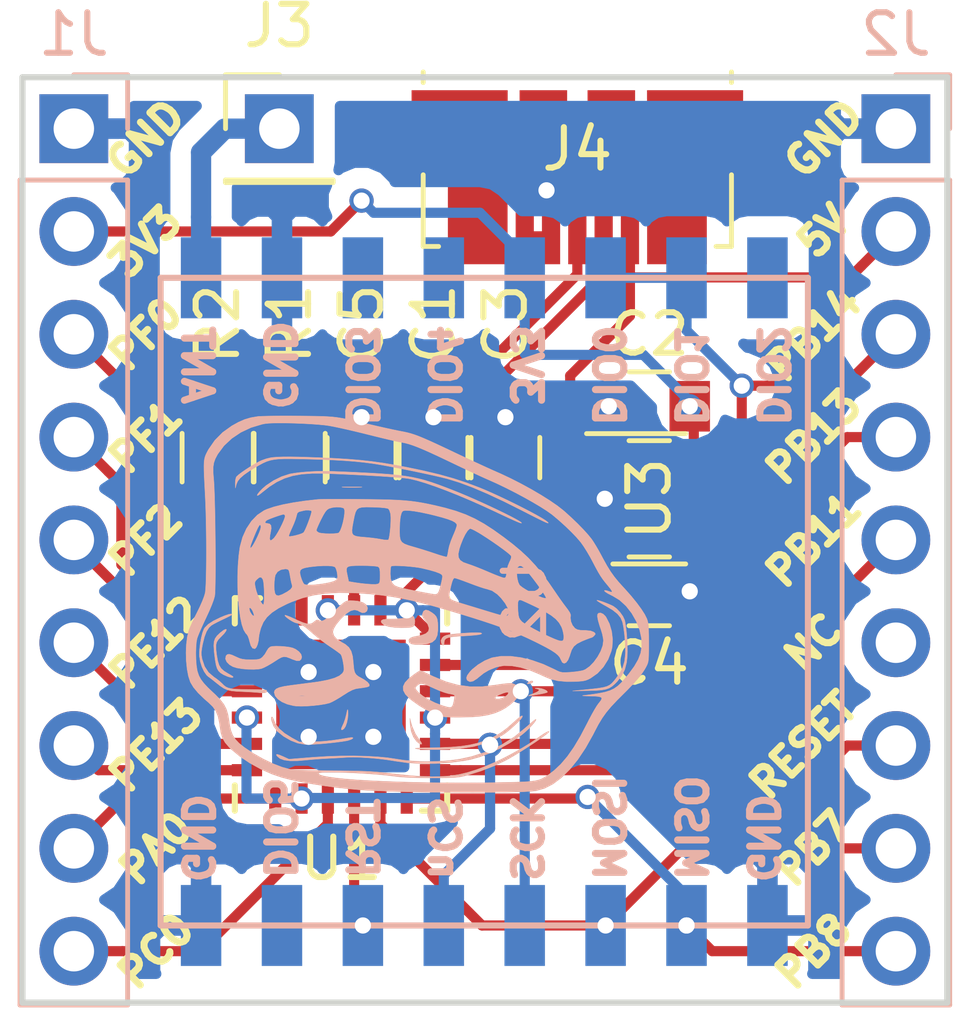
<source format=kicad_pcb>
(kicad_pcb (version 4) (host pcbnew 4.0.7+dfsg1-1)

  (general
    (links 58)
    (no_connects 0)
    (area 134.952381 92.145 181.340858 120.245)
    (thickness 1.6)
    (drawings 38)
    (tracks 186)
    (zones 0)
    (modules 15)
    (nets 30)
  )

  (page A4)
  (layers
    (0 F.Cu signal)
    (31 B.Cu signal)
    (32 B.Adhes user)
    (33 F.Adhes user)
    (34 B.Paste user)
    (35 F.Paste user)
    (36 B.SilkS user)
    (37 F.SilkS user hide)
    (38 B.Mask user hide)
    (39 F.Mask user hide)
    (40 Dwgs.User user hide)
    (41 Cmts.User user hide)
    (42 Eco1.User user hide)
    (43 Eco2.User user hide)
    (44 Edge.Cuts user)
    (45 Margin user hide)
    (46 B.CrtYd user hide)
    (47 F.CrtYd user hide)
    (48 B.Fab user hide)
    (49 F.Fab user hide)
  )

  (setup
    (last_trace_width 0.25)
    (trace_clearance 0.2)
    (zone_clearance 0.508)
    (zone_45_only no)
    (trace_min 0.2)
    (segment_width 0.2)
    (edge_width 0.15)
    (via_size 0.6)
    (via_drill 0.4)
    (via_min_size 0.4)
    (via_min_drill 0.3)
    (uvia_size 0.3)
    (uvia_drill 0.1)
    (uvias_allowed no)
    (uvia_min_size 0.2)
    (uvia_min_drill 0.1)
    (pcb_text_width 0.2)
    (pcb_text_size 0.7 0.7)
    (mod_edge_width 0.15)
    (mod_text_size 1 1)
    (mod_text_width 0.15)
    (pad_size 1.524 1.524)
    (pad_drill 0.762)
    (pad_to_mask_clearance 0.2)
    (aux_axis_origin 0 0)
    (visible_elements FFFFFF3F)
    (pcbplotparams
      (layerselection 0x00030_80000001)
      (usegerberextensions false)
      (excludeedgelayer true)
      (linewidth 0.100000)
      (plotframeref false)
      (viasonmask false)
      (mode 1)
      (useauxorigin false)
      (hpglpennumber 1)
      (hpglpenspeed 20)
      (hpglpendiameter 15)
      (hpglpenoverlay 2)
      (psnegative false)
      (psa4output false)
      (plotreference true)
      (plotvalue true)
      (plotinvisibletext false)
      (padsonsilk false)
      (subtractmaskfromsilk false)
      (outputformat 1)
      (mirror false)
      (drillshape 1)
      (scaleselection 1)
      (outputdirectory ""))
  )

  (net 0 "")
  (net 1 "Net-(C1-Pad1)")
  (net 2 GND)
  (net 3 +3V3)
  (net 4 "Net-(C3-Pad1)")
  (net 5 +5V)
  (net 6 /PF0)
  (net 7 /PF1)
  (net 8 /PF2)
  (net 9 /PE12)
  (net 10 /PE13)
  (net 11 /PA0)
  (net 12 /PC0)
  (net 13 /PB14)
  (net 14 /PB13)
  (net 15 /PB11)
  (net 16 /PB8)
  (net 17 /PB7)
  (net 18 /PC1)
  (net 19 "Net-(J3-Pad1)")
  (net 20 /D-)
  (net 21 /D+)
  (net 22 "Net-(R1-Pad2)")
  (net 23 "Net-(R2-Pad2)")
  (net 24 /RESET)
  (net 25 "Net-(U2-Pad7)")
  (net 26 "Net-(U2-Pad11)")
  (net 27 "Net-(U2-Pad12)")
  (net 28 "Net-(U2-Pad16)")
  (net 29 "Net-(J2-Pad6)")

  (net_class Default "This is the default net class."
    (clearance 0.2)
    (trace_width 0.25)
    (via_dia 0.6)
    (via_drill 0.4)
    (uvia_dia 0.3)
    (uvia_drill 0.1)
    (add_net +3V3)
    (add_net +5V)
    (add_net /D+)
    (add_net /D-)
    (add_net /PA0)
    (add_net /PB11)
    (add_net /PB13)
    (add_net /PB14)
    (add_net /PB7)
    (add_net /PB8)
    (add_net /PC0)
    (add_net /PC1)
    (add_net /PE12)
    (add_net /PE13)
    (add_net /PF0)
    (add_net /PF1)
    (add_net /PF2)
    (add_net /RESET)
    (add_net GND)
    (add_net "Net-(C1-Pad1)")
    (add_net "Net-(C3-Pad1)")
    (add_net "Net-(J2-Pad6)")
    (add_net "Net-(R1-Pad2)")
    (add_net "Net-(R2-Pad2)")
    (add_net "Net-(U2-Pad11)")
    (add_net "Net-(U2-Pad12)")
    (add_net "Net-(U2-Pad16)")
    (add_net "Net-(U2-Pad7)")
  )

  (net_class ANT ""
    (clearance 0.2)
    (trace_width 0.5)
    (via_dia 0.6)
    (via_drill 0.4)
    (uvia_dia 0.3)
    (uvia_drill 0.1)
    (add_net "Net-(J3-Pad1)")
  )

  (module gecklo:RFM92_95_96_98 locked (layer B.Cu) (tedit 583DAC8B) (tstamp 5AB689DB)
    (at 156.845 116.205 90)
    (path /5AB69319)
    (fp_text reference U2 (at 8 -6 90) (layer B.SilkS)
      (effects (font (size 1 1) (thickness 0.15)) (justify mirror))
    )
    (fp_text value RFM92/95/96/97/98 (at 8 -2.5 90) (layer B.Fab)
      (effects (font (size 1 1) (thickness 0.15)) (justify mirror))
    )
    (fp_line (start 0 1) (end 0 -15) (layer B.SilkS) (width 0.15))
    (fp_line (start 0 -15) (end 16 -15) (layer B.SilkS) (width 0.15))
    (fp_line (start 16 -15) (end 16 1) (layer B.SilkS) (width 0.15))
    (fp_line (start 16 1) (end 0 1) (layer B.SilkS) (width 0.15))
    (pad 1 smd rect (at 0 0 90) (size 2 1) (layers B.Cu B.Paste B.Mask)
      (net 2 GND))
    (pad 2 smd rect (at 0 -2 90) (size 2 1) (layers B.Cu B.Paste B.Mask)
      (net 16 /PB8))
    (pad 3 smd rect (at 0 -4 90) (size 2 1) (layers B.Cu B.Paste B.Mask)
      (net 17 /PB7))
    (pad 4 smd rect (at 0 -6 90) (size 2 1) (layers B.Cu B.Paste B.Mask)
      (net 14 /PB13))
    (pad 5 smd rect (at 0 -8 90) (size 2 1) (layers B.Cu B.Paste B.Mask)
      (net 15 /PB11))
    (pad 6 smd rect (at 0 -10 90) (size 2 1) (layers B.Cu B.Paste B.Mask)
      (net 18 /PC1))
    (pad 7 smd rect (at 0 -12 90) (size 2 1) (layers B.Cu B.Paste B.Mask)
      (net 25 "Net-(U2-Pad7)"))
    (pad 8 smd rect (at 0 -14 90) (size 2 1) (layers B.Cu B.Paste B.Mask)
      (net 2 GND))
    (pad 9 smd rect (at 16 -14 90) (size 2 1) (layers B.Cu B.Paste B.Mask)
      (net 19 "Net-(J3-Pad1)"))
    (pad 10 smd rect (at 16 -12 90) (size 2 1) (layers B.Cu B.Paste B.Mask)
      (net 2 GND))
    (pad 11 smd rect (at 16 -10 90) (size 2 1) (layers B.Cu B.Paste B.Mask)
      (net 26 "Net-(U2-Pad11)"))
    (pad 12 smd rect (at 16 -8 90) (size 2 1) (layers B.Cu B.Paste B.Mask)
      (net 27 "Net-(U2-Pad12)"))
    (pad 13 smd rect (at 16 -6 90) (size 2 1) (layers B.Cu B.Paste B.Mask)
      (net 3 +3V3))
    (pad 14 smd rect (at 16 -4 90) (size 2 1) (layers B.Cu B.Paste B.Mask)
      (net 13 /PB14))
    (pad 15 smd rect (at 16 -2 90) (size 2 1) (layers B.Cu B.Paste B.Mask)
      (net 13 /PB14))
    (pad 16 smd rect (at 16 0 90) (size 2 1) (layers B.Cu B.Paste B.Mask)
      (net 28 "Net-(U2-Pad16)"))
  )

  (module Capacitors_SMD:C_0805 (layer F.Cu) (tedit 58AA8463) (tstamp 5AB68955)
    (at 148.59 104.648 90)
    (descr "Capacitor SMD 0805, reflow soldering, AVX (see smccp.pdf)")
    (tags "capacitor 0805")
    (path /5AB68A8E)
    (attr smd)
    (fp_text reference C1 (at 3.302 0 90) (layer F.SilkS)
      (effects (font (size 1 1) (thickness 0.15)))
    )
    (fp_text value 1uF (at 0 1.75 90) (layer F.Fab)
      (effects (font (size 1 1) (thickness 0.15)))
    )
    (fp_text user %R (at 2.794 0 90) (layer F.Fab)
      (effects (font (size 1 1) (thickness 0.15)))
    )
    (fp_line (start -1 0.62) (end -1 -0.62) (layer F.Fab) (width 0.1))
    (fp_line (start 1 0.62) (end -1 0.62) (layer F.Fab) (width 0.1))
    (fp_line (start 1 -0.62) (end 1 0.62) (layer F.Fab) (width 0.1))
    (fp_line (start -1 -0.62) (end 1 -0.62) (layer F.Fab) (width 0.1))
    (fp_line (start 0.5 -0.85) (end -0.5 -0.85) (layer F.SilkS) (width 0.12))
    (fp_line (start -0.5 0.85) (end 0.5 0.85) (layer F.SilkS) (width 0.12))
    (fp_line (start -1.75 -0.88) (end 1.75 -0.88) (layer F.CrtYd) (width 0.05))
    (fp_line (start -1.75 -0.88) (end -1.75 0.87) (layer F.CrtYd) (width 0.05))
    (fp_line (start 1.75 0.87) (end 1.75 -0.88) (layer F.CrtYd) (width 0.05))
    (fp_line (start 1.75 0.87) (end -1.75 0.87) (layer F.CrtYd) (width 0.05))
    (pad 1 smd rect (at -1 0 90) (size 1 1.25) (layers F.Cu F.Paste F.Mask)
      (net 1 "Net-(C1-Pad1)"))
    (pad 2 smd rect (at 1 0 90) (size 1 1.25) (layers F.Cu F.Paste F.Mask)
      (net 2 GND))
    (model Capacitors_SMD.3dshapes/C_0805.wrl
      (at (xyz 0 0 0))
      (scale (xyz 1 1 1))
      (rotate (xyz 0 0 0))
    )
  )

  (module Capacitors_SMD:C_0805 (layer F.Cu) (tedit 58AA8463) (tstamp 5AB6895B)
    (at 153.924 103.378 180)
    (descr "Capacitor SMD 0805, reflow soldering, AVX (see smccp.pdf)")
    (tags "capacitor 0805")
    (path /5AB6994A)
    (attr smd)
    (fp_text reference C2 (at 0 1.778 180) (layer F.SilkS)
      (effects (font (size 1 1) (thickness 0.15)))
    )
    (fp_text value 1µF (at 0 1.75 180) (layer F.Fab)
      (effects (font (size 1 1) (thickness 0.15)))
    )
    (fp_text user %R (at 0 -1.5 180) (layer F.Fab)
      (effects (font (size 1 1) (thickness 0.15)))
    )
    (fp_line (start -1 0.62) (end -1 -0.62) (layer F.Fab) (width 0.1))
    (fp_line (start 1 0.62) (end -1 0.62) (layer F.Fab) (width 0.1))
    (fp_line (start 1 -0.62) (end 1 0.62) (layer F.Fab) (width 0.1))
    (fp_line (start -1 -0.62) (end 1 -0.62) (layer F.Fab) (width 0.1))
    (fp_line (start 0.5 -0.85) (end -0.5 -0.85) (layer F.SilkS) (width 0.12))
    (fp_line (start -0.5 0.85) (end 0.5 0.85) (layer F.SilkS) (width 0.12))
    (fp_line (start -1.75 -0.88) (end 1.75 -0.88) (layer F.CrtYd) (width 0.05))
    (fp_line (start -1.75 -0.88) (end -1.75 0.87) (layer F.CrtYd) (width 0.05))
    (fp_line (start 1.75 0.87) (end 1.75 -0.88) (layer F.CrtYd) (width 0.05))
    (fp_line (start 1.75 0.87) (end -1.75 0.87) (layer F.CrtYd) (width 0.05))
    (pad 1 smd rect (at -1 0 180) (size 1 1.25) (layers F.Cu F.Paste F.Mask)
      (net 3 +3V3))
    (pad 2 smd rect (at 1 0 180) (size 1 1.25) (layers F.Cu F.Paste F.Mask)
      (net 2 GND))
    (model Capacitors_SMD.3dshapes/C_0805.wrl
      (at (xyz 0 0 0))
      (scale (xyz 1 1 1))
      (rotate (xyz 0 0 0))
    )
  )

  (module Capacitors_SMD:C_0805 (layer F.Cu) (tedit 58AA8463) (tstamp 5AB68961)
    (at 150.368 104.648 90)
    (descr "Capacitor SMD 0805, reflow soldering, AVX (see smccp.pdf)")
    (tags "capacitor 0805")
    (path /5AB6880A)
    (attr smd)
    (fp_text reference C3 (at 3.302 0 90) (layer F.SilkS)
      (effects (font (size 1 1) (thickness 0.15)))
    )
    (fp_text value 1µF (at 0 1.75 90) (layer F.Fab)
      (effects (font (size 1 1) (thickness 0.15)))
    )
    (fp_text user %R (at 2.794 -0.508 90) (layer F.Fab)
      (effects (font (size 1 1) (thickness 0.15)))
    )
    (fp_line (start -1 0.62) (end -1 -0.62) (layer F.Fab) (width 0.1))
    (fp_line (start 1 0.62) (end -1 0.62) (layer F.Fab) (width 0.1))
    (fp_line (start 1 -0.62) (end 1 0.62) (layer F.Fab) (width 0.1))
    (fp_line (start -1 -0.62) (end 1 -0.62) (layer F.Fab) (width 0.1))
    (fp_line (start 0.5 -0.85) (end -0.5 -0.85) (layer F.SilkS) (width 0.12))
    (fp_line (start -0.5 0.85) (end 0.5 0.85) (layer F.SilkS) (width 0.12))
    (fp_line (start -1.75 -0.88) (end 1.75 -0.88) (layer F.CrtYd) (width 0.05))
    (fp_line (start -1.75 -0.88) (end -1.75 0.87) (layer F.CrtYd) (width 0.05))
    (fp_line (start 1.75 0.87) (end 1.75 -0.88) (layer F.CrtYd) (width 0.05))
    (fp_line (start 1.75 0.87) (end -1.75 0.87) (layer F.CrtYd) (width 0.05))
    (pad 1 smd rect (at -1 0 90) (size 1 1.25) (layers F.Cu F.Paste F.Mask)
      (net 4 "Net-(C3-Pad1)"))
    (pad 2 smd rect (at 1 0 90) (size 1 1.25) (layers F.Cu F.Paste F.Mask)
      (net 2 GND))
    (model Capacitors_SMD.3dshapes/C_0805.wrl
      (at (xyz 0 0 0))
      (scale (xyz 1 1 1))
      (rotate (xyz 0 0 0))
    )
  )

  (module Capacitors_SMD:C_0805 (layer F.Cu) (tedit 58AA8463) (tstamp 5AB68967)
    (at 153.924 107.95)
    (descr "Capacitor SMD 0805, reflow soldering, AVX (see smccp.pdf)")
    (tags "capacitor 0805")
    (path /5AB69C35)
    (attr smd)
    (fp_text reference C4 (at 0 1.778) (layer F.SilkS)
      (effects (font (size 1 1) (thickness 0.15)))
    )
    (fp_text value 1µF (at 0 1.75) (layer F.Fab)
      (effects (font (size 1 1) (thickness 0.15)))
    )
    (fp_text user %R (at 0 -1.5) (layer F.Fab)
      (effects (font (size 1 1) (thickness 0.15)))
    )
    (fp_line (start -1 0.62) (end -1 -0.62) (layer F.Fab) (width 0.1))
    (fp_line (start 1 0.62) (end -1 0.62) (layer F.Fab) (width 0.1))
    (fp_line (start 1 -0.62) (end 1 0.62) (layer F.Fab) (width 0.1))
    (fp_line (start -1 -0.62) (end 1 -0.62) (layer F.Fab) (width 0.1))
    (fp_line (start 0.5 -0.85) (end -0.5 -0.85) (layer F.SilkS) (width 0.12))
    (fp_line (start -0.5 0.85) (end 0.5 0.85) (layer F.SilkS) (width 0.12))
    (fp_line (start -1.75 -0.88) (end 1.75 -0.88) (layer F.CrtYd) (width 0.05))
    (fp_line (start -1.75 -0.88) (end -1.75 0.87) (layer F.CrtYd) (width 0.05))
    (fp_line (start 1.75 0.87) (end 1.75 -0.88) (layer F.CrtYd) (width 0.05))
    (fp_line (start 1.75 0.87) (end -1.75 0.87) (layer F.CrtYd) (width 0.05))
    (pad 1 smd rect (at -1 0) (size 1 1.25) (layers F.Cu F.Paste F.Mask)
      (net 5 +5V))
    (pad 2 smd rect (at 1 0) (size 1 1.25) (layers F.Cu F.Paste F.Mask)
      (net 2 GND))
    (model Capacitors_SMD.3dshapes/C_0805.wrl
      (at (xyz 0 0 0))
      (scale (xyz 1 1 1))
      (rotate (xyz 0 0 0))
    )
  )

  (module Capacitors_SMD:C_0805 (layer F.Cu) (tedit 58AA8463) (tstamp 5AB6896D)
    (at 146.812 104.648 90)
    (descr "Capacitor SMD 0805, reflow soldering, AVX (see smccp.pdf)")
    (tags "capacitor 0805")
    (path /5AB68BBC)
    (attr smd)
    (fp_text reference C5 (at 3.302 0 90) (layer F.SilkS)
      (effects (font (size 1 1) (thickness 0.15)))
    )
    (fp_text value 4.7µF (at 4.064 0 270) (layer F.Fab)
      (effects (font (size 1 1) (thickness 0.15)))
    )
    (fp_text user %R (at 2.286 -1.778 90) (layer F.Fab)
      (effects (font (size 1 1) (thickness 0.15)))
    )
    (fp_line (start -1 0.62) (end -1 -0.62) (layer F.Fab) (width 0.1))
    (fp_line (start 1 0.62) (end -1 0.62) (layer F.Fab) (width 0.1))
    (fp_line (start 1 -0.62) (end 1 0.62) (layer F.Fab) (width 0.1))
    (fp_line (start -1 -0.62) (end 1 -0.62) (layer F.Fab) (width 0.1))
    (fp_line (start 0.5 -0.85) (end -0.5 -0.85) (layer F.SilkS) (width 0.12))
    (fp_line (start -0.5 0.85) (end 0.5 0.85) (layer F.SilkS) (width 0.12))
    (fp_line (start -1.75 -0.88) (end 1.75 -0.88) (layer F.CrtYd) (width 0.05))
    (fp_line (start -1.75 -0.88) (end -1.75 0.87) (layer F.CrtYd) (width 0.05))
    (fp_line (start 1.75 0.87) (end 1.75 -0.88) (layer F.CrtYd) (width 0.05))
    (fp_line (start 1.75 0.87) (end -1.75 0.87) (layer F.CrtYd) (width 0.05))
    (pad 1 smd rect (at -1 0 90) (size 1 1.25) (layers F.Cu F.Paste F.Mask)
      (net 5 +5V))
    (pad 2 smd rect (at 1 0 90) (size 1 1.25) (layers F.Cu F.Paste F.Mask)
      (net 2 GND))
    (model Capacitors_SMD.3dshapes/C_0805.wrl
      (at (xyz 0 0 0))
      (scale (xyz 1 1 1))
      (rotate (xyz 0 0 0))
    )
  )

  (module Pin_Headers:Pin_Header_Straight_1x09_Pitch2.54mm (layer B.Cu) (tedit 59650532) (tstamp 5AB6897A)
    (at 139.7 96.52 180)
    (descr "Through hole straight pin header, 1x09, 2.54mm pitch, single row")
    (tags "Through hole pin header THT 1x09 2.54mm single row")
    (path /5AB6BF67)
    (fp_text reference J1 (at 0 2.33 180) (layer B.SilkS)
      (effects (font (size 1 1) (thickness 0.15)) (justify mirror))
    )
    (fp_text value Conn_01x09 (at 0 -22.65 180) (layer B.Fab)
      (effects (font (size 1 1) (thickness 0.15)) (justify mirror))
    )
    (fp_line (start -0.635 1.27) (end 1.27 1.27) (layer B.Fab) (width 0.1))
    (fp_line (start 1.27 1.27) (end 1.27 -21.59) (layer B.Fab) (width 0.1))
    (fp_line (start 1.27 -21.59) (end -1.27 -21.59) (layer B.Fab) (width 0.1))
    (fp_line (start -1.27 -21.59) (end -1.27 0.635) (layer B.Fab) (width 0.1))
    (fp_line (start -1.27 0.635) (end -0.635 1.27) (layer B.Fab) (width 0.1))
    (fp_line (start -1.33 -21.65) (end 1.33 -21.65) (layer B.SilkS) (width 0.12))
    (fp_line (start -1.33 -1.27) (end -1.33 -21.65) (layer B.SilkS) (width 0.12))
    (fp_line (start 1.33 -1.27) (end 1.33 -21.65) (layer B.SilkS) (width 0.12))
    (fp_line (start -1.33 -1.27) (end 1.33 -1.27) (layer B.SilkS) (width 0.12))
    (fp_line (start -1.33 0) (end -1.33 1.33) (layer B.SilkS) (width 0.12))
    (fp_line (start -1.33 1.33) (end 0 1.33) (layer B.SilkS) (width 0.12))
    (fp_line (start -1.8 1.8) (end -1.8 -22.1) (layer B.CrtYd) (width 0.05))
    (fp_line (start -1.8 -22.1) (end 1.8 -22.1) (layer B.CrtYd) (width 0.05))
    (fp_line (start 1.8 -22.1) (end 1.8 1.8) (layer B.CrtYd) (width 0.05))
    (fp_line (start 1.8 1.8) (end -1.8 1.8) (layer B.CrtYd) (width 0.05))
    (fp_text user %R (at 0 -10.16 450) (layer B.Fab)
      (effects (font (size 1 1) (thickness 0.15)) (justify mirror))
    )
    (pad 1 thru_hole rect (at 0 0 180) (size 1.7 1.7) (drill 1) (layers *.Cu *.Mask)
      (net 2 GND))
    (pad 2 thru_hole oval (at 0 -2.54 180) (size 1.7 1.7) (drill 1) (layers *.Cu *.Mask)
      (net 3 +3V3))
    (pad 3 thru_hole oval (at 0 -5.08 180) (size 1.7 1.7) (drill 1) (layers *.Cu *.Mask)
      (net 6 /PF0))
    (pad 4 thru_hole oval (at 0 -7.62 180) (size 1.7 1.7) (drill 1) (layers *.Cu *.Mask)
      (net 7 /PF1))
    (pad 5 thru_hole oval (at 0 -10.16 180) (size 1.7 1.7) (drill 1) (layers *.Cu *.Mask)
      (net 8 /PF2))
    (pad 6 thru_hole oval (at 0 -12.7 180) (size 1.7 1.7) (drill 1) (layers *.Cu *.Mask)
      (net 9 /PE12))
    (pad 7 thru_hole oval (at 0 -15.24 180) (size 1.7 1.7) (drill 1) (layers *.Cu *.Mask)
      (net 10 /PE13))
    (pad 8 thru_hole oval (at 0 -17.78 180) (size 1.7 1.7) (drill 1) (layers *.Cu *.Mask)
      (net 11 /PA0))
    (pad 9 thru_hole oval (at 0 -20.32 180) (size 1.7 1.7) (drill 1) (layers *.Cu *.Mask)
      (net 12 /PC0))
    (model ${KISYS3DMOD}/Pin_Headers.3dshapes/Pin_Header_Straight_1x09_Pitch2.54mm.wrl
      (at (xyz 0 0 0))
      (scale (xyz 1 1 1))
      (rotate (xyz 0 0 0))
    )
  )

  (module Pin_Headers:Pin_Header_Straight_1x09_Pitch2.54mm (layer B.Cu) (tedit 59650532) (tstamp 5AB68987)
    (at 160.02 96.52 180)
    (descr "Through hole straight pin header, 1x09, 2.54mm pitch, single row")
    (tags "Through hole pin header THT 1x09 2.54mm single row")
    (path /5AB6BB5C)
    (fp_text reference J2 (at 0 2.33 180) (layer B.SilkS)
      (effects (font (size 1 1) (thickness 0.15)) (justify mirror))
    )
    (fp_text value Conn_01x09 (at 0 -22.65 180) (layer B.Fab)
      (effects (font (size 1 1) (thickness 0.15)) (justify mirror))
    )
    (fp_line (start -0.635 1.27) (end 1.27 1.27) (layer B.Fab) (width 0.1))
    (fp_line (start 1.27 1.27) (end 1.27 -21.59) (layer B.Fab) (width 0.1))
    (fp_line (start 1.27 -21.59) (end -1.27 -21.59) (layer B.Fab) (width 0.1))
    (fp_line (start -1.27 -21.59) (end -1.27 0.635) (layer B.Fab) (width 0.1))
    (fp_line (start -1.27 0.635) (end -0.635 1.27) (layer B.Fab) (width 0.1))
    (fp_line (start -1.33 -21.65) (end 1.33 -21.65) (layer B.SilkS) (width 0.12))
    (fp_line (start -1.33 -1.27) (end -1.33 -21.65) (layer B.SilkS) (width 0.12))
    (fp_line (start 1.33 -1.27) (end 1.33 -21.65) (layer B.SilkS) (width 0.12))
    (fp_line (start -1.33 -1.27) (end 1.33 -1.27) (layer B.SilkS) (width 0.12))
    (fp_line (start -1.33 0) (end -1.33 1.33) (layer B.SilkS) (width 0.12))
    (fp_line (start -1.33 1.33) (end 0 1.33) (layer B.SilkS) (width 0.12))
    (fp_line (start -1.8 1.8) (end -1.8 -22.1) (layer B.CrtYd) (width 0.05))
    (fp_line (start -1.8 -22.1) (end 1.8 -22.1) (layer B.CrtYd) (width 0.05))
    (fp_line (start 1.8 -22.1) (end 1.8 1.8) (layer B.CrtYd) (width 0.05))
    (fp_line (start 1.8 1.8) (end -1.8 1.8) (layer B.CrtYd) (width 0.05))
    (fp_text user %R (at 0 -10.16 450) (layer B.Fab)
      (effects (font (size 1 1) (thickness 0.15)) (justify mirror))
    )
    (pad 1 thru_hole rect (at 0 0 180) (size 1.7 1.7) (drill 1) (layers *.Cu *.Mask)
      (net 2 GND))
    (pad 2 thru_hole oval (at 0 -2.54 180) (size 1.7 1.7) (drill 1) (layers *.Cu *.Mask)
      (net 5 +5V))
    (pad 3 thru_hole oval (at 0 -5.08 180) (size 1.7 1.7) (drill 1) (layers *.Cu *.Mask)
      (net 13 /PB14))
    (pad 4 thru_hole oval (at 0 -7.62 180) (size 1.7 1.7) (drill 1) (layers *.Cu *.Mask)
      (net 14 /PB13))
    (pad 5 thru_hole oval (at 0 -10.16 180) (size 1.7 1.7) (drill 1) (layers *.Cu *.Mask)
      (net 15 /PB11))
    (pad 6 thru_hole oval (at 0 -12.7 180) (size 1.7 1.7) (drill 1) (layers *.Cu *.Mask)
      (net 29 "Net-(J2-Pad6)"))
    (pad 7 thru_hole oval (at 0 -15.24 180) (size 1.7 1.7) (drill 1) (layers *.Cu *.Mask)
      (net 24 /RESET))
    (pad 8 thru_hole oval (at 0 -17.78 180) (size 1.7 1.7) (drill 1) (layers *.Cu *.Mask)
      (net 17 /PB7))
    (pad 9 thru_hole oval (at 0 -20.32 180) (size 1.7 1.7) (drill 1) (layers *.Cu *.Mask)
      (net 16 /PB8))
    (model ${KISYS3DMOD}/Pin_Headers.3dshapes/Pin_Header_Straight_1x09_Pitch2.54mm.wrl
      (at (xyz 0 0 0))
      (scale (xyz 1 1 1))
      (rotate (xyz 0 0 0))
    )
  )

  (module Pin_Headers:Pin_Header_Straight_1x01_Pitch2.54mm (layer F.Cu) (tedit 59650532) (tstamp 5AB6898C)
    (at 144.78 96.52)
    (descr "Through hole straight pin header, 1x01, 2.54mm pitch, single row")
    (tags "Through hole pin header THT 1x01 2.54mm single row")
    (path /5AB6CF68)
    (fp_text reference J3 (at 0 -2.54) (layer F.SilkS)
      (effects (font (size 1 1) (thickness 0.15)))
    )
    (fp_text value Conn_01x01 (at 0 2.33) (layer F.Fab)
      (effects (font (size 1 1) (thickness 0.15)))
    )
    (fp_line (start -0.635 -1.27) (end 1.27 -1.27) (layer F.Fab) (width 0.1))
    (fp_line (start 1.27 -1.27) (end 1.27 1.27) (layer F.Fab) (width 0.1))
    (fp_line (start 1.27 1.27) (end -1.27 1.27) (layer F.Fab) (width 0.1))
    (fp_line (start -1.27 1.27) (end -1.27 -0.635) (layer F.Fab) (width 0.1))
    (fp_line (start -1.27 -0.635) (end -0.635 -1.27) (layer F.Fab) (width 0.1))
    (fp_line (start -1.33 1.33) (end 1.33 1.33) (layer F.SilkS) (width 0.12))
    (fp_line (start -1.33 1.27) (end -1.33 1.33) (layer F.SilkS) (width 0.12))
    (fp_line (start 1.33 1.27) (end 1.33 1.33) (layer F.SilkS) (width 0.12))
    (fp_line (start -1.33 1.27) (end 1.33 1.27) (layer F.SilkS) (width 0.12))
    (fp_line (start -1.33 0) (end -1.33 -1.33) (layer F.SilkS) (width 0.12))
    (fp_line (start -1.33 -1.33) (end 0 -1.33) (layer F.SilkS) (width 0.12))
    (fp_line (start -1.8 -1.8) (end -1.8 1.8) (layer F.CrtYd) (width 0.05))
    (fp_line (start -1.8 1.8) (end 1.8 1.8) (layer F.CrtYd) (width 0.05))
    (fp_line (start 1.8 1.8) (end 1.8 -1.8) (layer F.CrtYd) (width 0.05))
    (fp_line (start 1.8 -1.8) (end -1.8 -1.8) (layer F.CrtYd) (width 0.05))
    (fp_text user %R (at 0 0 90) (layer F.Fab)
      (effects (font (size 1 1) (thickness 0.15)))
    )
    (pad 1 thru_hole rect (at 0 0) (size 1.7 1.7) (drill 1) (layers *.Cu *.Mask)
      (net 19 "Net-(J3-Pad1)"))
    (model ${KISYS3DMOD}/Pin_Headers.3dshapes/Pin_Header_Straight_1x01_Pitch2.54mm.wrl
      (at (xyz 0 0 0))
      (scale (xyz 1 1 1))
      (rotate (xyz 0 0 0))
    )
  )

  (module Connectors_USB:USB_Micro-B_Molex_47346-0001 (layer F.Cu) (tedit 594C50D0) (tstamp 5AB6899B)
    (at 152.146 96.52 180)
    (descr "Micro USB B receptable with flange, bottom-mount, SMD, right-angle (http://www.molex.com/pdm_docs/sd/473460001_sd.pdf)")
    (tags "Micro B USB SMD")
    (path /5AB679AF)
    (attr smd)
    (fp_text reference J4 (at 0 -0.508 360) (layer F.SilkS)
      (effects (font (size 1 1) (thickness 0.15)))
    )
    (fp_text value USB_B (at 0 3.4 360) (layer F.Fab)
      (effects (font (size 1 1) (thickness 0.15)))
    )
    (fp_text user "PCB Edge" (at 0 1.47 360) (layer Dwgs.User)
      (effects (font (size 0.4 0.4) (thickness 0.04)))
    )
    (fp_text user %R (at 0 0 180) (layer F.Fab)
      (effects (font (size 1 1) (thickness 0.15)))
    )
    (fp_line (start 3.81 -2.91) (end 3.43 -2.91) (layer F.SilkS) (width 0.12))
    (fp_line (start 4.6 2.7) (end -4.6 2.7) (layer F.CrtYd) (width 0.05))
    (fp_line (start 4.6 -3.9) (end 4.6 2.7) (layer F.CrtYd) (width 0.05))
    (fp_line (start -4.6 -3.9) (end 4.6 -3.9) (layer F.CrtYd) (width 0.05))
    (fp_line (start -4.6 2.7) (end -4.6 -3.9) (layer F.CrtYd) (width 0.05))
    (fp_line (start 3.75 2.15) (end -3.75 2.15) (layer F.Fab) (width 0.1))
    (fp_line (start 3.75 -2.85) (end 3.75 2.15) (layer F.Fab) (width 0.1))
    (fp_line (start -3.75 -2.85) (end 3.75 -2.85) (layer F.Fab) (width 0.1))
    (fp_line (start -3.75 2.15) (end -3.75 -2.85) (layer F.Fab) (width 0.1))
    (fp_line (start 3.81 1.14) (end 3.81 1.4) (layer F.SilkS) (width 0.12))
    (fp_line (start 3.81 -2.91) (end 3.81 -1.14) (layer F.SilkS) (width 0.12))
    (fp_line (start -3.81 -2.91) (end -3.43 -2.91) (layer F.SilkS) (width 0.12))
    (fp_line (start -3.81 -1.14) (end -3.81 -2.91) (layer F.SilkS) (width 0.12))
    (fp_line (start -3.81 1.4) (end -3.81 1.14) (layer F.SilkS) (width 0.12))
    (fp_line (start -3.25 1.45) (end 3.25 1.45) (layer F.Fab) (width 0.1))
    (pad 1 smd rect (at -1.3 -2.66 180) (size 0.45 1.38) (layers F.Cu F.Paste F.Mask)
      (net 5 +5V))
    (pad 2 smd rect (at -0.65 -2.66 180) (size 0.45 1.38) (layers F.Cu F.Paste F.Mask)
      (net 20 /D-))
    (pad 3 smd rect (at 0 -2.66 180) (size 0.45 1.38) (layers F.Cu F.Paste F.Mask)
      (net 21 /D+))
    (pad 4 smd rect (at 0.65 -2.66 180) (size 0.45 1.38) (layers F.Cu F.Paste F.Mask)
      (net 2 GND))
    (pad 5 smd rect (at 1.3 -2.66 180) (size 0.45 1.38) (layers F.Cu F.Paste F.Mask)
      (net 2 GND))
    (pad 6 smd rect (at -2.4625 -2.3 180) (size 1.475 2.1) (layers F.Cu F.Paste F.Mask))
    (pad 6 smd rect (at 2.4625 -2.3 180) (size 1.475 2.1) (layers F.Cu F.Paste F.Mask))
    (pad 6 smd rect (at -2.91 0 180) (size 2.375 1.9) (layers F.Cu F.Paste F.Mask))
    (pad 6 smd rect (at 2.91 0 180) (size 2.375 1.9) (layers F.Cu F.Paste F.Mask))
    (pad 6 smd rect (at -0.84 0 180) (size 1.175 1.9) (layers F.Cu F.Paste F.Mask))
    (pad 6 smd rect (at 0.84 0 180) (size 1.175 1.9) (layers F.Cu F.Paste F.Mask))
    (model ${KISYS3DMOD}/Connectors_USB.3dshapes/USB_Micro-B_Molex_47346-0001.wrl
      (at (xyz 0 0 0))
      (scale (xyz 1 1 1))
      (rotate (xyz 0 0 0))
    )
  )

  (module Resistors_SMD:R_0805 (layer F.Cu) (tedit 58E0A804) (tstamp 5AB689A1)
    (at 145.034 104.648 270)
    (descr "Resistor SMD 0805, reflow soldering, Vishay (see dcrcw.pdf)")
    (tags "resistor 0805")
    (path /5AB67B07)
    (attr smd)
    (fp_text reference R1 (at -3.302 0 270) (layer F.SilkS)
      (effects (font (size 1 1) (thickness 0.15)))
    )
    (fp_text value 15 (at -2.54 -2.032 270) (layer F.Fab)
      (effects (font (size 1 1) (thickness 0.15)))
    )
    (fp_text user %R (at 0 0 270) (layer F.Fab)
      (effects (font (size 0.5 0.5) (thickness 0.075)))
    )
    (fp_line (start -1 0.62) (end -1 -0.62) (layer F.Fab) (width 0.1))
    (fp_line (start 1 0.62) (end -1 0.62) (layer F.Fab) (width 0.1))
    (fp_line (start 1 -0.62) (end 1 0.62) (layer F.Fab) (width 0.1))
    (fp_line (start -1 -0.62) (end 1 -0.62) (layer F.Fab) (width 0.1))
    (fp_line (start 0.6 0.88) (end -0.6 0.88) (layer F.SilkS) (width 0.12))
    (fp_line (start -0.6 -0.88) (end 0.6 -0.88) (layer F.SilkS) (width 0.12))
    (fp_line (start -1.55 -0.9) (end 1.55 -0.9) (layer F.CrtYd) (width 0.05))
    (fp_line (start -1.55 -0.9) (end -1.55 0.9) (layer F.CrtYd) (width 0.05))
    (fp_line (start 1.55 0.9) (end 1.55 -0.9) (layer F.CrtYd) (width 0.05))
    (fp_line (start 1.55 0.9) (end -1.55 0.9) (layer F.CrtYd) (width 0.05))
    (pad 1 smd rect (at -0.95 0 270) (size 0.7 1.3) (layers F.Cu F.Paste F.Mask)
      (net 20 /D-))
    (pad 2 smd rect (at 0.95 0 270) (size 0.7 1.3) (layers F.Cu F.Paste F.Mask)
      (net 22 "Net-(R1-Pad2)"))
    (model ${KISYS3DMOD}/Resistors_SMD.3dshapes/R_0805.wrl
      (at (xyz 0 0 0))
      (scale (xyz 1 1 1))
      (rotate (xyz 0 0 0))
    )
  )

  (module Resistors_SMD:R_0805 (layer F.Cu) (tedit 5AB68ACC) (tstamp 5AB689A7)
    (at 143.256 104.648 270)
    (descr "Resistor SMD 0805, reflow soldering, Vishay (see dcrcw.pdf)")
    (tags "resistor 0805")
    (path /5AB67B6A)
    (attr smd)
    (fp_text reference R2 (at -3.302 0 270) (layer F.SilkS)
      (effects (font (size 1 1) (thickness 0.15)))
    )
    (fp_text value 15 (at 0 1.75 270) (layer F.Fab)
      (effects (font (size 1 1) (thickness 0.15)))
    )
    (fp_text user %R (at 0 0 270) (layer F.Fab)
      (effects (font (size 0.5 0.5) (thickness 0.075)))
    )
    (fp_line (start -1 0.62) (end -1 -0.62) (layer F.Fab) (width 0.1))
    (fp_line (start 1 0.62) (end -1 0.62) (layer F.Fab) (width 0.1))
    (fp_line (start 1 -0.62) (end 1 0.62) (layer F.Fab) (width 0.1))
    (fp_line (start -1 -0.62) (end 1 -0.62) (layer F.Fab) (width 0.1))
    (fp_line (start 0.6 0.88) (end -0.6 0.88) (layer F.SilkS) (width 0.12))
    (fp_line (start -0.6 -0.88) (end 0.6 -0.88) (layer F.SilkS) (width 0.12))
    (fp_line (start -1.55 -0.9) (end 1.55 -0.9) (layer F.CrtYd) (width 0.05))
    (fp_line (start -1.55 -0.9) (end -1.55 0.9) (layer F.CrtYd) (width 0.05))
    (fp_line (start 1.55 0.9) (end 1.55 -0.9) (layer F.CrtYd) (width 0.05))
    (fp_line (start 1.55 0.9) (end -1.55 0.9) (layer F.CrtYd) (width 0.05))
    (pad 1 smd rect (at -0.95 0 270) (size 0.7 1.3) (layers F.Cu F.Paste F.Mask)
      (net 21 /D+))
    (pad 2 smd rect (at 0.95 0 270) (size 0.7 1.3) (layers F.Cu F.Paste F.Mask)
      (net 23 "Net-(R2-Pad2)"))
    (model ${KISYS3DMOD}/Resistors_SMD.3dshapes/R_0805.wrl
      (at (xyz 0 0 0))
      (scale (xyz 1 1 1))
      (rotate (xyz 0 0 0))
    )
  )

  (module Housings_DFN_QFN:QFN-24-1EP_5x5mm_Pitch0.65mm (layer F.Cu) (tedit 54130A77) (tstamp 5AB689C7)
    (at 146.304 110.744 90)
    (descr "UH Package; 24-Lead Plastic QFN (5mm x 5mm); (see Linear Technology (UH24) QFN 05-08-1747 Rev A.pdf)")
    (tags "QFN 0.65")
    (path /5AB67902)
    (attr smd)
    (fp_text reference U1 (at -3.81 0 360) (layer F.SilkS)
      (effects (font (size 1 1) (thickness 0.15)))
    )
    (fp_text value EFM32HG309 (at 0 3.7 90) (layer F.Fab)
      (effects (font (size 1 1) (thickness 0.15)))
    )
    (fp_line (start -1.5 -2.5) (end 2.5 -2.5) (layer F.Fab) (width 0.15))
    (fp_line (start 2.5 -2.5) (end 2.5 2.5) (layer F.Fab) (width 0.15))
    (fp_line (start 2.5 2.5) (end -2.5 2.5) (layer F.Fab) (width 0.15))
    (fp_line (start -2.5 2.5) (end -2.5 -1.5) (layer F.Fab) (width 0.15))
    (fp_line (start -2.5 -1.5) (end -1.5 -2.5) (layer F.Fab) (width 0.15))
    (fp_line (start -2.95 -2.95) (end -2.95 2.95) (layer F.CrtYd) (width 0.05))
    (fp_line (start 2.95 -2.95) (end 2.95 2.95) (layer F.CrtYd) (width 0.05))
    (fp_line (start -2.95 -2.95) (end 2.95 -2.95) (layer F.CrtYd) (width 0.05))
    (fp_line (start -2.95 2.95) (end 2.95 2.95) (layer F.CrtYd) (width 0.05))
    (fp_line (start 2.625 -2.625) (end 2.625 -2) (layer F.SilkS) (width 0.15))
    (fp_line (start -2.625 2.625) (end -2.625 2) (layer F.SilkS) (width 0.15))
    (fp_line (start 2.625 2.625) (end 2.625 2) (layer F.SilkS) (width 0.15))
    (fp_line (start -2.625 -2.625) (end -2 -2.625) (layer F.SilkS) (width 0.15))
    (fp_line (start -2.625 2.625) (end -2 2.625) (layer F.SilkS) (width 0.15))
    (fp_line (start 2.625 2.625) (end 2 2.625) (layer F.SilkS) (width 0.15))
    (fp_line (start 2.625 -2.625) (end 2 -2.625) (layer F.SilkS) (width 0.15))
    (pad 1 smd rect (at -2.325 -1.625 90) (size 0.75 0.3) (layers F.Cu F.Paste F.Mask)
      (net 11 /PA0))
    (pad 2 smd rect (at -2.325 -0.975 90) (size 0.75 0.3) (layers F.Cu F.Paste F.Mask)
      (net 4 "Net-(C3-Pad1)"))
    (pad 3 smd rect (at -2.325 -0.325 90) (size 0.75 0.3) (layers F.Cu F.Paste F.Mask)
      (net 12 /PC0))
    (pad 4 smd rect (at -2.325 0.325 90) (size 0.75 0.3) (layers F.Cu F.Paste F.Mask)
      (net 18 /PC1))
    (pad 5 smd rect (at -2.325 0.975 90) (size 0.75 0.3) (layers F.Cu F.Paste F.Mask)
      (net 17 /PB7))
    (pad 6 smd rect (at -2.325 1.625 90) (size 0.75 0.3) (layers F.Cu F.Paste F.Mask)
      (net 16 /PB8))
    (pad 7 smd rect (at -1.625 2.325 180) (size 0.75 0.3) (layers F.Cu F.Paste F.Mask)
      (net 24 /RESET))
    (pad 8 smd rect (at -0.975 2.325 180) (size 0.75 0.3) (layers F.Cu F.Paste F.Mask)
      (net 15 /PB11))
    (pad 9 smd rect (at -0.325 2.325 180) (size 0.75 0.3) (layers F.Cu F.Paste F.Mask)
      (net 4 "Net-(C3-Pad1)"))
    (pad 10 smd rect (at 0.325 2.325 180) (size 0.75 0.3) (layers F.Cu F.Paste F.Mask)
      (net 14 /PB13))
    (pad 11 smd rect (at 0.975 2.325 180) (size 0.75 0.3) (layers F.Cu F.Paste F.Mask)
      (net 13 /PB14))
    (pad 12 smd rect (at 1.625 2.325 180) (size 0.75 0.3) (layers F.Cu F.Paste F.Mask)
      (net 4 "Net-(C3-Pad1)"))
    (pad 13 smd rect (at 2.325 1.625 90) (size 0.75 0.3) (layers F.Cu F.Paste F.Mask)
      (net 4 "Net-(C3-Pad1)"))
    (pad 14 smd rect (at 2.325 0.975 90) (size 0.75 0.3) (layers F.Cu F.Paste F.Mask)
      (net 1 "Net-(C1-Pad1)"))
    (pad 15 smd rect (at 2.325 0.325 90) (size 0.75 0.3) (layers F.Cu F.Paste F.Mask)
      (net 5 +5V))
    (pad 16 smd rect (at 2.325 -0.325 90) (size 0.75 0.3) (layers F.Cu F.Paste F.Mask)
      (net 4 "Net-(C3-Pad1)"))
    (pad 17 smd rect (at 2.325 -0.975 90) (size 0.75 0.3) (layers F.Cu F.Paste F.Mask)
      (net 22 "Net-(R1-Pad2)"))
    (pad 18 smd rect (at 2.325 -1.625 90) (size 0.75 0.3) (layers F.Cu F.Paste F.Mask)
      (net 23 "Net-(R2-Pad2)"))
    (pad 19 smd rect (at 1.625 -2.325 180) (size 0.75 0.3) (layers F.Cu F.Paste F.Mask)
      (net 6 /PF0))
    (pad 20 smd rect (at 0.975 -2.325 180) (size 0.75 0.3) (layers F.Cu F.Paste F.Mask)
      (net 7 /PF1))
    (pad 21 smd rect (at 0.325 -2.325 180) (size 0.75 0.3) (layers F.Cu F.Paste F.Mask)
      (net 8 /PF2))
    (pad 22 smd rect (at -0.325 -2.325 180) (size 0.75 0.3) (layers F.Cu F.Paste F.Mask)
      (net 4 "Net-(C3-Pad1)"))
    (pad 23 smd rect (at -0.975 -2.325 180) (size 0.75 0.3) (layers F.Cu F.Paste F.Mask)
      (net 9 /PE12))
    (pad 24 smd rect (at -1.625 -2.325 180) (size 0.75 0.3) (layers F.Cu F.Paste F.Mask)
      (net 10 /PE13))
    (pad 25 smd rect (at 0.8 0.8 90) (size 1.6 1.6) (layers F.Cu F.Paste F.Mask)
      (net 2 GND) (solder_paste_margin_ratio -0.2))
    (pad 25 smd rect (at 0.8 -0.8 90) (size 1.6 1.6) (layers F.Cu F.Paste F.Mask)
      (net 2 GND) (solder_paste_margin_ratio -0.2))
    (pad 25 smd rect (at -0.8 0.8 90) (size 1.6 1.6) (layers F.Cu F.Paste F.Mask)
      (net 2 GND) (solder_paste_margin_ratio -0.2))
    (pad 25 smd rect (at -0.8 -0.8 90) (size 1.6 1.6) (layers F.Cu F.Paste F.Mask)
      (net 2 GND) (solder_paste_margin_ratio -0.2))
    (model ${KISYS3DMOD}/Housings_DFN_QFN.3dshapes/QFN-24-1EP_5x5mm_Pitch0.65mm.wrl
      (at (xyz 0 0 0))
      (scale (xyz 1 1 1))
      (rotate (xyz 0 0 0))
    )
  )

  (module TO_SOT_Packages_SMD:SOT-23-5 (layer F.Cu) (tedit 58CE4E7E) (tstamp 5AB689E4)
    (at 153.924 105.664)
    (descr "5-pin SOT23 package")
    (tags SOT-23-5)
    (path /5AB694BA)
    (attr smd)
    (fp_text reference U3 (at 0 0 90) (layer F.SilkS)
      (effects (font (size 1 1) (thickness 0.15)))
    )
    (fp_text value AP2112_SOT23-5 (at 20.574 -0.508) (layer F.Fab)
      (effects (font (size 1 1) (thickness 0.15)))
    )
    (fp_text user %R (at 0 0 90) (layer F.Fab)
      (effects (font (size 0.5 0.5) (thickness 0.075)))
    )
    (fp_line (start -0.9 1.61) (end 0.9 1.61) (layer F.SilkS) (width 0.12))
    (fp_line (start 0.9 -1.61) (end -1.55 -1.61) (layer F.SilkS) (width 0.12))
    (fp_line (start -1.9 -1.8) (end 1.9 -1.8) (layer F.CrtYd) (width 0.05))
    (fp_line (start 1.9 -1.8) (end 1.9 1.8) (layer F.CrtYd) (width 0.05))
    (fp_line (start 1.9 1.8) (end -1.9 1.8) (layer F.CrtYd) (width 0.05))
    (fp_line (start -1.9 1.8) (end -1.9 -1.8) (layer F.CrtYd) (width 0.05))
    (fp_line (start -0.9 -0.9) (end -0.25 -1.55) (layer F.Fab) (width 0.1))
    (fp_line (start 0.9 -1.55) (end -0.25 -1.55) (layer F.Fab) (width 0.1))
    (fp_line (start -0.9 -0.9) (end -0.9 1.55) (layer F.Fab) (width 0.1))
    (fp_line (start 0.9 1.55) (end -0.9 1.55) (layer F.Fab) (width 0.1))
    (fp_line (start 0.9 -1.55) (end 0.9 1.55) (layer F.Fab) (width 0.1))
    (pad 1 smd rect (at -1.1 -0.95) (size 1.06 0.65) (layers F.Cu F.Paste F.Mask)
      (net 5 +5V))
    (pad 2 smd rect (at -1.1 0) (size 1.06 0.65) (layers F.Cu F.Paste F.Mask)
      (net 2 GND))
    (pad 3 smd rect (at -1.1 0.95) (size 1.06 0.65) (layers F.Cu F.Paste F.Mask)
      (net 5 +5V))
    (pad 4 smd rect (at 1.1 0.95) (size 1.06 0.65) (layers F.Cu F.Paste F.Mask)
      (net 3 +3V3))
    (pad 5 smd rect (at 1.1 -0.95) (size 1.06 0.65) (layers F.Cu F.Paste F.Mask)
      (net 3 +3V3))
    (model ${KISYS3DMOD}/TO_SOT_Packages_SMD.3dshapes/SOT-23-5.wrl
      (at (xyz 0 0 0))
      (scale (xyz 1 1 1))
      (rotate (xyz 0 0 0))
    )
  )

  (module gecklo:troll (layer B.Cu) (tedit 0) (tstamp 5AB6A0AF)
    (at 148.336 108.204)
    (fp_text reference G*** (at 0 0) (layer B.SilkS) hide
      (effects (font (thickness 0.3)) (justify mirror))
    )
    (fp_text value LOGO (at 0.75 0) (layer B.SilkS) hide
      (effects (font (thickness 0.3)) (justify mirror))
    )
    (fp_poly (pts (xy 1.523153 4.715109) (xy 1.804622 4.712659) (xy 2.063156 4.708644) (xy 2.293558 4.703033)
      (xy 2.490628 4.695799) (xy 2.649165 4.686909) (xy 2.763971 4.676337) (xy 2.793145 4.672186)
      (xy 3.001163 4.613193) (xy 3.209494 4.505187) (xy 3.416408 4.349914) (xy 3.620176 4.149121)
      (xy 3.81907 3.904555) (xy 4.011359 3.61796) (xy 4.195316 3.291083) (xy 4.23183 3.219278)
      (xy 4.328436 3.035486) (xy 4.42352 2.877755) (xy 4.526445 2.733507) (xy 4.646575 2.590163)
      (xy 4.793273 2.435148) (xy 4.879339 2.3495) (xy 5.058527 2.17059) (xy 5.203141 2.018712)
      (xy 5.317754 1.888526) (xy 5.406937 1.774688) (xy 5.475264 1.671855) (xy 5.506064 1.617193)
      (xy 5.53042 1.569451) (xy 5.548269 1.526364) (xy 5.560621 1.479152) (xy 5.568488 1.419036)
      (xy 5.572881 1.337235) (xy 5.57481 1.22497) (xy 5.575288 1.073459) (xy 5.5753 1.016)
      (xy 5.574571 0.841488) (xy 5.57192 0.708995) (xy 5.56665 0.609757) (xy 5.558065 0.535007)
      (xy 5.545467 0.47598) (xy 5.52825 0.424143) (xy 5.475111 0.317326) (xy 5.389522 0.183786)
      (xy 5.276844 0.030727) (xy 5.142435 -0.134646) (xy 4.991655 -0.305128) (xy 4.962022 -0.33705)
      (xy 4.832171 -0.480275) (xy 4.725498 -0.609926) (xy 4.632224 -0.739983) (xy 4.542573 -0.884421)
      (xy 4.446766 -1.057218) (xy 4.411535 -1.123989) (xy 4.343711 -1.248617) (xy 4.271447 -1.373063)
      (xy 4.204454 -1.481002) (xy 4.162212 -1.543089) (xy 4.076143 -1.649946) (xy 3.959151 -1.779105)
      (xy 3.820227 -1.921445) (xy 3.668364 -2.067842) (xy 3.512553 -2.209177) (xy 3.464785 -2.250597)
      (xy 3.316541 -2.36662) (xy 3.129431 -2.495554) (xy 2.912122 -2.632395) (xy 2.673282 -2.772133)
      (xy 2.421579 -2.909761) (xy 2.165681 -3.040273) (xy 1.914256 -3.158661) (xy 1.824123 -3.198378)
      (xy 1.710822 -3.248373) (xy 1.561509 -3.315884) (xy 1.385951 -3.396405) (xy 1.193914 -3.485429)
      (xy 0.995164 -3.578451) (xy 0.79947 -3.670964) (xy 0.7874 -3.676704) (xy 0.540621 -3.793646)
      (xy 0.333713 -3.890402) (xy 0.160979 -3.969246) (xy 0.016725 -4.032451) (xy -0.104746 -4.082289)
      (xy -0.20913 -4.121034) (xy -0.302121 -4.150959) (xy -0.389416 -4.174336) (xy -0.47671 -4.193439)
      (xy -0.535022 -4.204438) (xy -0.634866 -4.223875) (xy -0.772012 -4.252658) (xy -0.934396 -4.288144)
      (xy -1.109954 -4.327692) (xy -1.286622 -4.36866) (xy -1.3081 -4.373729) (xy -1.529979 -4.426199)
      (xy -1.713051 -4.468751) (xy -1.866431 -4.502476) (xy -1.999234 -4.528465) (xy -2.120576 -4.547807)
      (xy -2.239572 -4.561594) (xy -2.365338 -4.570916) (xy -2.506988 -4.576863) (xy -2.673638 -4.580527)
      (xy -2.874404 -4.582997) (xy -3.0734 -4.584921) (xy -3.285171 -4.586294) (xy -3.488267 -4.586325)
      (xy -3.675131 -4.585109) (xy -3.838205 -4.58274) (xy -3.969933 -4.579316) (xy -4.062758 -4.57493)
      (xy -4.095506 -4.572019) (xy -4.262221 -4.543723) (xy -4.413461 -4.499162) (xy -4.566952 -4.431906)
      (xy -4.72928 -4.342158) (xy -4.956536 -4.179559) (xy -5.151215 -3.982583) (xy -5.306658 -3.758147)
      (xy -5.326521 -3.721894) (xy -5.355526 -3.666192) (xy -5.378646 -3.616132) (xy -5.396223 -3.56565)
      (xy -5.408598 -3.508679) (xy -5.41611 -3.439156) (xy -5.419103 -3.351015) (xy -5.417916 -3.238192)
      (xy -5.412891 -3.094621) (xy -5.404368 -2.914238) (xy -5.392689 -2.690978) (xy -5.388699 -2.6162)
      (xy -5.37996 -2.424165) (xy -5.372788 -2.209105) (xy -5.367179 -1.977556) (xy -5.363133 -1.736052)
      (xy -5.360646 -1.491131) (xy -5.359718 -1.249326) (xy -5.360345 -1.017174) (xy -5.362525 -0.80121)
      (xy -5.366257 -0.60797) (xy -5.371538 -0.443989) (xy -5.378367 -0.315803) (xy -5.38674 -0.229947)
      (xy -5.38948 -0.213786) (xy -5.415155 -0.125407) (xy -5.461243 -0.005883) (xy -5.522511 0.132076)
      (xy -5.580728 0.250671) (xy -5.64545 0.380666) (xy -5.706106 0.509363) (xy -5.756321 0.622789)
      (xy -5.789718 0.706972) (xy -5.792183 0.714118) (xy -5.830557 0.870221) (xy -5.85378 1.05628)
      (xy -5.862266 1.259342) (xy -5.861945 1.270746) (xy -5.620558 1.270746) (xy -5.616525 1.120392)
      (xy -5.605178 0.991374) (xy -5.59083 0.9144) (xy -5.569487 0.853035) (xy -5.530109 0.7566)
      (xy -5.47722 0.635543) (xy -5.415343 0.500309) (xy -5.370835 0.4064) (xy -5.291809 0.235622)
      (xy -5.227063 0.082588) (xy -5.180051 -0.044022) (xy -5.154229 -0.135526) (xy -5.153431 -0.1397)
      (xy -5.147442 -0.200216) (xy -5.142742 -0.305401) (xy -5.139276 -0.449142) (xy -5.136989 -0.625326)
      (xy -5.135826 -0.827839) (xy -5.13573 -1.050568) (xy -5.136647 -1.2874) (xy -5.13852 -1.532221)
      (xy -5.141296 -1.778919) (xy -5.144917 -2.02138) (xy -5.149329 -2.253491) (xy -5.154477 -2.469139)
      (xy -5.160305 -2.662211) (xy -5.166757 -2.826592) (xy -5.173778 -2.956171) (xy -5.179626 -3.029266)
      (xy -5.192485 -3.193094) (xy -5.192053 -3.321122) (xy -5.176022 -3.427146) (xy -5.142085 -3.524964)
      (xy -5.087934 -3.628374) (xy -5.076115 -3.648228) (xy -4.924813 -3.851485) (xy -4.733296 -4.030734)
      (xy -4.50815 -4.181732) (xy -4.255958 -4.30023) (xy -3.983306 -4.381984) (xy -3.91761 -4.395288)
      (xy -3.828914 -4.405097) (xy -3.699064 -4.410769) (xy -3.53751 -4.412602) (xy -3.353705 -4.410895)
      (xy -3.157099 -4.405945) (xy -2.957145 -4.398053) (xy -2.763294 -4.387515) (xy -2.584996 -4.374632)
      (xy -2.431705 -4.3597) (xy -2.3241 -4.344954) (xy -2.212498 -4.324024) (xy -2.062841 -4.292664)
      (xy -1.8862 -4.253374) (xy -1.693649 -4.208654) (xy -1.496259 -4.161006) (xy -1.369064 -4.129259)
      (xy -1.184318 -4.083092) (xy -1.006196 -4.039726) (xy -0.843571 -4.001231) (xy -0.705312 -3.969682)
      (xy -0.600294 -3.947151) (xy -0.546357 -3.937041) (xy -0.457405 -3.919976) (xy -0.362676 -3.895398)
      (xy -0.256727 -3.861116) (xy -0.134112 -3.814937) (xy 0.010612 -3.754671) (xy 0.18289 -3.678125)
      (xy 0.388166 -3.583109) (xy 0.631885 -3.46743) (xy 0.692799 -3.438223) (xy 0.87773 -3.349931)
      (xy 1.062411 -3.262687) (xy 1.237633 -3.180772) (xy 1.394188 -3.108468) (xy 1.522867 -3.050058)
      (xy 1.60988 -3.011774) (xy 1.819453 -2.918163) (xy 2.041813 -2.811572) (xy 2.268678 -2.696546)
      (xy 2.491769 -2.577631) (xy 2.702806 -2.459373) (xy 2.893508 -2.346319) (xy 3.055594 -2.243014)
      (xy 3.180785 -2.154005) (xy 3.2004 -2.138535) (xy 3.356259 -2.00742) (xy 3.512895 -1.865921)
      (xy 3.660289 -1.723754) (xy 3.78842 -1.59064) (xy 3.887269 -1.476294) (xy 3.899955 -1.460055)
      (xy 3.969782 -1.360768) (xy 4.049841 -1.23421) (xy 4.128663 -1.099039) (xy 4.177133 -1.008961)
      (xy 4.258792 -0.852599) (xy 4.325408 -0.731393) (xy 4.383736 -0.634612) (xy 4.440533 -0.551529)
      (xy 4.502555 -0.471413) (xy 4.555627 -0.407918) (xy 4.629324 -0.316961) (xy 4.666351 -0.259301)
      (xy 4.667281 -0.233686) (xy 4.63314 -0.23869) (xy 4.540313 -0.269965) (xy 4.489248 -0.278299)
      (xy 4.478226 -0.267022) (xy 4.50553 -0.239462) (xy 4.569439 -0.198948) (xy 4.668235 -0.148808)
      (xy 4.683086 -0.141968) (xy 4.856111 -0.037182) (xy 5.014565 0.108232) (xy 5.153141 0.284955)
      (xy 5.266533 0.48367) (xy 5.349435 0.695055) (xy 5.396542 0.909793) (xy 5.402548 1.118565)
      (xy 5.402323 1.121308) (xy 5.374669 1.275739) (xy 5.315253 1.431723) (xy 5.220141 1.597454)
      (xy 5.085457 1.78105) (xy 4.981696 1.908364) (xy 4.890707 2.010043) (xy 4.804545 2.08986)
      (xy 4.715266 2.151584) (xy 4.614924 2.198986) (xy 4.495574 2.235838) (xy 4.349273 2.265911)
      (xy 4.168074 2.292975) (xy 3.9497 2.320129) (xy 3.93946 2.324321) (xy 3.97322 2.328318)
      (xy 4.044176 2.331564) (xy 4.106372 2.332995) (xy 4.249234 2.337062) (xy 4.345503 2.346087)
      (xy 4.399363 2.363516) (xy 4.414997 2.392796) (xy 4.396591 2.437375) (xy 4.348328 2.500699)
      (xy 4.332544 2.51933) (xy 4.291792 2.576605) (xy 4.235121 2.669531) (xy 4.168379 2.787857)
      (xy 4.097411 2.921334) (xy 4.051295 3.012354) (xy 3.885777 3.327931) (xy 3.724484 3.597597)
      (xy 3.564161 3.825686) (xy 3.401553 4.016533) (xy 3.233403 4.174471) (xy 3.106002 4.270983)
      (xy 3.041046 4.314996) (xy 2.982372 4.351315) (xy 2.92436 4.380778) (xy 2.861391 4.404225)
      (xy 2.787846 4.422494) (xy 2.698107 4.436423) (xy 2.586553 4.446853) (xy 2.447567 4.454622)
      (xy 2.275529 4.460569) (xy 2.06482 4.465533) (xy 1.80982 4.470353) (xy 1.7653 4.471153)
      (xy 1.366762 4.476359) (xy 0.959932 4.47801) (xy 0.550562 4.476276) (xy 0.144403 4.471327)
      (xy -0.252791 4.463334) (xy -0.635269 4.452466) (xy -0.997277 4.438894) (xy -1.333065 4.422787)
      (xy -1.636879 4.404317) (xy -1.902967 4.383652) (xy -2.125578 4.360963) (xy -2.176978 4.354577)
      (xy -2.343564 4.330691) (xy -2.463768 4.307977) (xy -2.541953 4.285252) (xy -2.582483 4.261336)
      (xy -2.5908 4.242429) (xy -2.566548 4.230153) (xy -2.498025 4.221887) (xy -2.391582 4.217392)
      (xy -2.253572 4.216429) (xy -2.090344 4.218758) (xy -1.908251 4.224139) (xy -1.713644 4.232335)
      (xy -1.512873 4.243104) (xy -1.312291 4.256209) (xy -1.118248 4.271409) (xy -0.937096 4.288466)
      (xy -0.775186 4.30714) (xy -0.7366 4.312289) (xy -0.594268 4.329026) (xy -0.438554 4.34124)
      (xy -0.260248 4.349343) (xy -0.05014 4.353747) (xy 0.20098 4.354862) (xy 0.2159 4.354837)
      (xy 0.414737 4.354184) (xy 0.571109 4.352679) (xy 0.693351 4.349687) (xy 0.789795 4.344572)
      (xy 0.868778 4.336699) (xy 0.938632 4.325433) (xy 1.007693 4.310138) (xy 1.084294 4.29018)
      (xy 1.0922 4.288036) (xy 1.422027 4.185966) (xy 1.739658 4.063631) (xy 2.029694 3.927263)
      (xy 2.157767 3.856805) (xy 2.304055 3.769694) (xy 2.454136 3.676856) (xy 2.60208 3.582331)
      (xy 2.741955 3.490156) (xy 2.86783 3.404371) (xy 2.973774 3.329015) (xy 3.053856 3.268127)
      (xy 3.102144 3.225746) (xy 3.113116 3.20625) (xy 3.081684 3.209731) (xy 3.013014 3.246169)
      (xy 2.906757 3.31577) (xy 2.811232 3.383315) (xy 2.655419 3.488544) (xy 2.466939 3.604372)
      (xy 2.260324 3.722618) (xy 2.05011 3.835101) (xy 1.85083 3.933641) (xy 1.759768 3.975153)
      (xy 1.523096 4.074979) (xy 1.303323 4.157146) (xy 1.093496 4.222339) (xy 0.886667 4.271245)
      (xy 0.675884 4.304549) (xy 0.454198 4.322937) (xy 0.214659 4.327095) (xy -0.049684 4.31771)
      (xy -0.345781 4.295466) (xy -0.680583 4.26105) (xy -0.889 4.236541) (xy -1.02553 4.220974)
      (xy -1.157924 4.208422) (xy -1.294318 4.198526) (xy -1.442843 4.190931) (xy -1.611632 4.185277)
      (xy -1.808819 4.181209) (xy -2.042535 4.178368) (xy -2.2479 4.176821) (xy -2.472472 4.174714)
      (xy -2.682826 4.171357) (xy -2.872578 4.166946) (xy -3.03534 4.16168) (xy -3.164728 4.155755)
      (xy -3.254355 4.149369) (xy -3.290961 4.14454) (xy -3.492087 4.088823) (xy -3.716453 4.002106)
      (xy -3.951894 3.889818) (xy -4.186246 3.757386) (xy -4.2545 3.714553) (xy -4.421972 3.601546)
      (xy -4.549458 3.50042) (xy -4.643299 3.402216) (xy -4.709839 3.297977) (xy -4.755419 3.178743)
      (xy -4.786382 3.035555) (xy -4.799261 2.945082) (xy -4.825792 2.787455) (xy -4.866085 2.65627)
      (xy -4.926992 2.539292) (xy -5.015365 2.424284) (xy -5.138055 2.299012) (xy -5.186012 2.254458)
      (xy -5.322154 2.125536) (xy -5.423287 2.017637) (xy -5.495608 1.92207) (xy -5.545311 1.830145)
      (xy -5.578592 1.733172) (xy -5.589123 1.689039) (xy -5.606821 1.571147) (xy -5.617311 1.426357)
      (xy -5.620558 1.270746) (xy -5.861945 1.270746) (xy -5.856431 1.466455) (xy -5.836689 1.664665)
      (xy -5.803454 1.841018) (xy -5.757141 1.982563) (xy -5.751179 1.995636) (xy -5.677513 2.117921)
      (xy -5.565788 2.251642) (xy -5.412774 2.400407) (xy -5.30497 2.494052) (xy -5.199328 2.596614)
      (xy -5.123181 2.706855) (xy -5.070678 2.837085) (xy -5.035964 2.999613) (xy -5.025011 3.082832)
      (xy -4.999672 3.243647) (xy -4.959979 3.370589) (xy -4.897737 3.480212) (xy -4.804754 3.589068)
      (xy -4.745893 3.646761) (xy -4.535186 3.821874) (xy -4.287759 3.987785) (xy -4.017671 4.136635)
      (xy -3.738983 4.260566) (xy -3.503192 4.341216) (xy -3.285252 4.397529) (xy -3.026859 4.452791)
      (xy -2.738355 4.50534) (xy -2.430084 4.553512) (xy -2.112386 4.595646) (xy -1.795607 4.630079)
      (xy -1.599584 4.647193) (xy -1.409008 4.660011) (xy -1.184171 4.671589) (xy -0.930274 4.681898)
      (xy -0.652516 4.690907) (xy -0.356096 4.698588) (xy -0.046214 4.70491) (xy 0.271931 4.709844)
      (xy 0.59314 4.71336) (xy 0.912213 4.71543) (xy 1.22395 4.716022) (xy 1.523153 4.715109)) (layer B.SilkS) (width 0.01))
    (fp_poly (pts (xy 3.093189 -1.94371) (xy 3.072798 -1.966728) (xy 3.021015 -2.00659) (xy 2.929335 -2.063802)
      (xy 2.804278 -2.135077) (xy 2.652366 -2.217125) (xy 2.480119 -2.306657) (xy 2.294057 -2.400383)
      (xy 2.100701 -2.495014) (xy 1.906572 -2.587262) (xy 1.718191 -2.673836) (xy 1.542078 -2.751448)
      (xy 1.398491 -2.811305) (xy 1.073577 -2.934346) (xy 0.746803 -3.041746) (xy 0.403004 -3.138029)
      (xy 0.027014 -3.227719) (xy -0.06409 -3.247565) (xy -0.402209 -3.317858) (xy -0.708284 -3.376138)
      (xy -0.99404 -3.423856) (xy -1.271203 -3.462466) (xy -1.551495 -3.493418) (xy -1.846643 -3.518167)
      (xy -2.168371 -3.538164) (xy -2.528403 -3.554862) (xy -2.5527 -3.555839) (xy -2.843863 -3.566544)
      (xy -3.089123 -3.57345) (xy -3.293238 -3.576545) (xy -3.460963 -3.57582) (xy -3.597056 -3.571265)
      (xy -3.706273 -3.562868) (xy -3.778854 -3.553152) (xy -3.882948 -3.52724) (xy -3.995064 -3.486802)
      (xy -4.043378 -3.464678) (xy -4.149946 -3.406935) (xy -4.264611 -3.338667) (xy -4.377713 -3.266362)
      (xy -4.479592 -3.196506) (xy -4.560587 -3.135586) (xy -4.611038 -3.09009) (xy -4.620969 -3.076822)
      (xy -4.637637 -3.019539) (xy -4.645539 -2.939708) (xy -4.645575 -2.916319) (xy -4.64295 -2.8067)
      (xy -4.617855 -2.90109) (xy -4.585166 -2.976187) (xy -4.524141 -3.052548) (xy -4.429749 -3.134691)
      (xy -4.296961 -3.227131) (xy -4.16284 -3.309677) (xy -4.053278 -3.373396) (xy -3.958147 -3.424058)
      (xy -3.869757 -3.462992) (xy -3.780421 -3.491528) (xy -3.682448 -3.510994) (xy -3.568152 -3.522719)
      (xy -3.429842 -3.528031) (xy -3.259831 -3.52826) (xy -3.05043 -3.524734) (xy -2.9337 -3.522098)
      (xy -2.56777 -3.511849) (xy -2.245702 -3.499049) (xy -1.960604 -3.483226) (xy -1.70558 -3.463902)
      (xy -1.473737 -3.440605) (xy -1.258181 -3.412859) (xy -1.181796 -3.401467) (xy -1.034184 -3.376869)
      (xy -0.851519 -3.343653) (xy -0.643929 -3.303908) (xy -0.421545 -3.259723) (xy -0.194498 -3.213186)
      (xy 0.027085 -3.166387) (xy 0.233071 -3.121412) (xy 0.413332 -3.080352) (xy 0.557738 -3.045294)
      (xy 0.60292 -3.033493) (xy 0.890773 -2.94474) (xy 1.216989 -2.823004) (xy 1.581617 -2.668262)
      (xy 1.984705 -2.480495) (xy 2.426305 -2.259681) (xy 2.4511 -2.246893) (xy 2.602632 -2.169097)
      (xy 2.743116 -2.097859) (xy 2.864871 -2.037005) (xy 2.960215 -1.99036) (xy 3.021464 -1.961749)
      (xy 3.0353 -1.955984) (xy 3.08442 -1.939221) (xy 3.093189 -1.94371)) (layer B.SilkS) (width 0.01))
    (fp_poly (pts (xy 2.43148 -1.940414) (xy 2.417951 -1.958917) (xy 2.363347 -1.994942) (xy 2.273213 -2.045825)
      (xy 2.153094 -2.108902) (xy 2.008532 -2.181511) (xy 1.845071 -2.260987) (xy 1.668257 -2.344667)
      (xy 1.483632 -2.429888) (xy 1.29674 -2.513986) (xy 1.113125 -2.594298) (xy 0.938332 -2.66816)
      (xy 0.8001 -2.724173) (xy 0.584247 -2.808577) (xy 0.392062 -2.880796) (xy 0.217045 -2.942013)
      (xy 0.052698 -2.993409) (xy -0.107478 -3.036169) (xy -0.269981 -3.071473) (xy -0.441308 -3.100504)
      (xy -0.62796 -3.124445) (xy -0.836433 -3.144477) (xy -1.073228 -3.161784) (xy -1.344841 -3.177548)
      (xy -1.657771 -3.19295) (xy -1.8161 -3.200182) (xy -2.043003 -3.209901) (xy -2.229227 -3.216518)
      (xy -2.3848 -3.220041) (xy -2.519748 -3.220475) (xy -2.644099 -3.217827) (xy -2.767879 -3.212103)
      (xy -2.901114 -3.20331) (xy -2.9337 -3.200888) (xy -3.057662 -3.188955) (xy -3.181767 -3.172758)
      (xy -3.283326 -3.155351) (xy -3.302 -3.151292) (xy -3.50124 -3.086539) (xy -3.701255 -2.988399)
      (xy -3.882322 -2.867521) (xy -3.973484 -2.788686) (xy -4.045223 -2.714008) (xy -4.089002 -2.658379)
      (xy -4.103929 -2.626127) (xy -4.089113 -2.621578) (xy -4.043663 -2.649061) (xy -3.994035 -2.68891)
      (xy -3.8047 -2.838414) (xy -3.618952 -2.956706) (xy -3.428428 -3.046262) (xy -3.224763 -3.109556)
      (xy -2.999595 -3.149067) (xy -2.74456 -3.167268) (xy -2.451294 -3.166637) (xy -2.3876 -3.164479)
      (xy -2.051696 -3.150807) (xy -1.731987 -3.136211) (xy -1.432916 -3.120972) (xy -1.158924 -3.105371)
      (xy -0.914452 -3.08969) (xy -0.703944 -3.074208) (xy -0.53184 -3.059209) (xy -0.402582 -3.044972)
      (xy -0.333875 -3.034486) (xy -0.160683 -2.993744) (xy 0.05143 -2.930555) (xy 0.296921 -2.84704)
      (xy 0.570245 -2.745321) (xy 0.865859 -2.627517) (xy 1.178219 -2.495751) (xy 1.501783 -2.352141)
      (xy 1.749503 -2.237452) (xy 1.948777 -2.143831) (xy 2.106705 -2.070411) (xy 2.22768 -2.015277)
      (xy 2.316091 -1.976519) (xy 2.376328 -1.952224) (xy 2.412783 -1.940479) (xy 2.429846 -1.939373)
      (xy 2.43148 -1.940414)) (layer B.SilkS) (width 0.01))
    (fp_poly (pts (xy -1.680516 -2.822784) (xy -1.554544 -2.825941) (xy -1.513297 -2.828718) (xy -1.519064 -2.831117)
      (xy -1.568059 -2.832984) (xy -1.656498 -2.834167) (xy -1.7653 -2.834518) (xy -1.884472 -2.834044)
      (xy -1.966425 -2.832763) (xy -2.007683 -2.83083) (xy -2.004773 -2.828397) (xy -1.960944 -2.825883)
      (xy -1.827232 -2.822738) (xy -1.680516 -2.822784)) (layer B.SilkS) (width 0.01))
    (fp_poly (pts (xy 3.532276 1.503837) (xy 3.579452 1.440773) (xy 3.621039 1.338664) (xy 3.629821 1.3081)
      (xy 3.669388 1.191594) (xy 3.722839 1.106344) (xy 3.801514 1.040155) (xy 3.916755 0.980828)
      (xy 3.945504 0.968582) (xy 4.037149 0.931549) (xy 4.111191 0.903695) (xy 4.154861 0.889762)
      (xy 4.159897 0.889) (xy 4.192963 0.871989) (xy 4.226774 0.84077) (xy 4.254689 0.803637)
      (xy 4.245795 0.777561) (xy 4.212359 0.75187) (xy 4.137772 0.723364) (xy 4.018062 0.71159)
      (xy 3.985573 0.7112) (xy 3.879556 0.706901) (xy 3.807805 0.691667) (xy 3.754334 0.661999)
      (xy 3.751764 0.660003) (xy 3.69052 0.587105) (xy 3.649958 0.491704) (xy 3.638479 0.396417)
      (xy 3.642955 0.367005) (xy 3.64398 0.324323) (xy 3.622953 0.271676) (xy 3.574746 0.198568)
      (xy 3.534998 0.146104) (xy 3.461303 0.04795) (xy 3.375885 -0.070939) (xy 3.29448 -0.188559)
      (xy 3.276124 -0.2159) (xy 3.096866 -0.477252) (xy 2.930068 -0.701772) (xy 2.766995 -0.898794)
      (xy 2.598912 -1.077654) (xy 2.417084 -1.247688) (xy 2.212777 -1.418229) (xy 1.9939 -1.586246)
      (xy 1.737369 -1.770238) (xy 1.502669 -1.921783) (xy 1.277884 -2.046401) (xy 1.051096 -2.149614)
      (xy 0.810389 -2.236943) (xy 0.543844 -2.31391) (xy 0.293397 -2.374115) (xy 0.129997 -2.409534)
      (xy -0.020033 -2.438857) (xy -0.164028 -2.462697) (xy -0.309327 -2.481666) (xy -0.463263 -2.496376)
      (xy -0.633174 -2.50744) (xy -0.826396 -2.515471) (xy -1.050264 -2.52108) (xy -1.312115 -2.524881)
      (xy -1.5367 -2.526905) (xy -1.7576 -2.528276) (xy -1.966099 -2.529045) (xy -2.155881 -2.529228)
      (xy -2.320628 -2.528842) (xy -2.454023 -2.527901) (xy -2.54975 -2.526421) (xy -2.601491 -2.524419)
      (xy -2.6035 -2.524241) (xy -2.924386 -2.487981) (xy -3.215042 -2.444735) (xy -3.470962 -2.395435)
      (xy -3.687638 -2.341012) (xy -3.860565 -2.282399) (xy -3.935133 -2.248846) (xy -4.099378 -2.138614)
      (xy -4.245704 -1.986839) (xy -4.25668 -1.970327) (xy -3.906099 -1.970327) (xy -3.874246 -2.005981)
      (xy -3.836519 -2.025749) (xy -3.765443 -2.054927) (xy -3.676258 -2.088094) (xy -3.584203 -2.119828)
      (xy -3.504516 -2.14471) (xy -3.452438 -2.15732) (xy -3.447253 -2.157863) (xy -3.421772 -2.138994)
      (xy -3.413872 -2.123731) (xy -3.418311 -2.08343) (xy -3.443625 -2.011244) (xy -3.484159 -1.918611)
      (xy -3.534255 -1.816966) (xy -3.588259 -1.717746) (xy -3.640512 -1.632388) (xy -3.654726 -1.613352)
      (xy -3.32362 -1.613352) (xy -3.318936 -1.64007) (xy -3.296245 -1.701287) (xy -3.259854 -1.785866)
      (xy -3.241433 -1.825864) (xy -3.195842 -1.929999) (xy -3.158281 -2.028584) (xy -3.135275 -2.104115)
      (xy -3.132372 -2.118484) (xy -3.113405 -2.184957) (xy -3.077076 -2.217211) (xy -3.050968 -2.225086)
      (xy -2.991628 -2.239102) (xy -2.9591 -2.248116) (xy -2.904922 -2.257166) (xy -2.838591 -2.257748)
      (xy -2.78221 -2.250773) (xy -2.758777 -2.239854) (xy -2.760784 -2.206553) (xy -2.77873 -2.139033)
      (xy -2.808057 -2.04956) (xy -2.844209 -1.950398) (xy -2.88263 -1.85381) (xy -2.918763 -1.772062)
      (xy -2.924108 -1.762089) (xy -2.6416 -1.762089) (xy -2.630735 -1.798969) (xy -2.601438 -1.869531)
      (xy -2.558659 -1.962355) (xy -2.524712 -2.031732) (xy -2.464647 -2.146347) (xy -2.416821 -2.222944)
      (xy -2.374539 -2.270645) (xy -2.331107 -2.298574) (xy -2.327862 -2.30002) (xy -2.24547 -2.323961)
      (xy -2.14971 -2.334825) (xy -2.057431 -2.332661) (xy -1.985482 -2.317519) (xy -1.955991 -2.298929)
      (xy -1.943131 -2.251641) (xy -1.945286 -2.169982) (xy -1.959531 -2.067107) (xy -1.982939 -1.956172)
      (xy -2.012586 -1.850331) (xy -2.043227 -1.7689) (xy -1.760933 -1.7689) (xy -1.745437 -1.880684)
      (xy -1.726043 -1.98442) (xy -1.699818 -2.115812) (xy -1.673675 -2.210321) (xy -1.639323 -2.273769)
      (xy -1.588471 -2.31198) (xy -1.512828 -2.330778) (xy -1.404102 -2.335986) (xy -1.254004 -2.333428)
      (xy -1.230044 -2.332804) (xy -1.063869 -2.325845) (xy -0.94479 -2.314959) (xy -0.874255 -2.300304)
      (xy -0.858179 -2.292073) (xy -0.830687 -2.247827) (xy -0.809186 -2.176551) (xy -0.805104 -2.152373)
      (xy -0.800276 -2.07534) (xy -0.801477 -1.974041) (xy -0.807605 -1.860591) (xy -0.815158 -1.774463)
      (xy -0.583595 -1.774463) (xy -0.577805 -1.959669) (xy -0.561682 -2.100605) (xy -0.535562 -2.195324)
      (xy -0.503487 -2.239645) (xy -0.450006 -2.252216) (xy -0.35348 -2.250165) (xy -0.219285 -2.234239)
      (xy -0.052796 -2.205186) (xy 0.140613 -2.163757) (xy 0.276146 -2.131065) (xy 0.467215 -2.08075)
      (xy 0.612839 -2.036606) (xy 0.717715 -1.996664) (xy 0.786544 -1.958952) (xy 0.824023 -1.9215)
      (xy 0.833626 -1.897291) (xy 0.827113 -1.856491) (xy 0.802787 -1.782506) (xy 0.765042 -1.687838)
      (xy 0.740374 -1.631966) (xy 0.687029 -1.501888) (xy 0.645529 -1.374946) (xy 0.622221 -1.270783)
      (xy 0.621246 -1.263314) (xy 0.60865 -1.183521) (xy 0.867538 -1.183521) (xy 0.893921 -1.307452)
      (xy 0.925122 -1.40318) (xy 0.980986 -1.545025) (xy 1.038672 -1.662406) (xy 1.094014 -1.74839)
      (xy 1.142845 -1.796042) (xy 1.165594 -1.8034) (xy 1.205367 -1.790426) (xy 1.27637 -1.755409)
      (xy 1.367381 -1.704204) (xy 1.437574 -1.661494) (xy 1.578394 -1.571011) (xy 1.718777 -1.477029)
      (xy 1.851899 -1.384509) (xy 1.970934 -1.298409) (xy 2.06906 -1.223689) (xy 2.139452 -1.165308)
      (xy 2.175286 -1.128225) (xy 2.177802 -1.123555) (xy 2.175217 -1.078582) (xy 2.150681 -1.012194)
      (xy 2.135279 -0.98282) (xy 2.09491 -0.88567) (xy 2.068009 -0.767959) (xy 2.063854 -0.733196)
      (xy 2.056629 -0.672872) (xy 2.312961 -0.672872) (xy 2.313372 -0.766246) (xy 2.327479 -0.834816)
      (xy 2.33694 -0.851069) (xy 2.375447 -0.882287) (xy 2.419187 -0.882909) (xy 2.47363 -0.849709)
      (xy 2.544247 -0.779462) (xy 2.628118 -0.67945) (xy 2.728197 -0.551727) (xy 2.821663 -0.42725)
      (xy 2.903977 -0.312607) (xy 2.970601 -0.214385) (xy 3.016999 -0.139174) (xy 3.038632 -0.09356)
      (xy 3.038495 -0.083628) (xy 3.00394 -0.081551) (xy 2.936183 -0.101255) (xy 2.845202 -0.137763)
      (xy 2.740976 -0.186099) (xy 2.633484 -0.241286) (xy 2.532705 -0.298347) (xy 2.448617 -0.352305)
      (xy 2.391201 -0.398183) (xy 2.378036 -0.413023) (xy 2.346879 -0.479351) (xy 2.324659 -0.571604)
      (xy 2.312961 -0.672872) (xy 2.056629 -0.672872) (xy 2.053701 -0.648436) (xy 2.039655 -0.603107)
      (xy 2.016884 -0.585851) (xy 2.000483 -0.5842) (xy 1.960298 -0.593972) (xy 1.883388 -0.620854)
      (xy 1.779392 -0.661194) (xy 1.657947 -0.711337) (xy 1.603961 -0.734483) (xy 1.467082 -0.792319)
      (xy 1.332945 -0.846348) (xy 1.214866 -0.89138) (xy 1.12616 -0.922225) (xy 1.108708 -0.927524)
      (xy 0.990875 -0.969906) (xy 0.913247 -1.021919) (xy 0.873057 -1.090733) (xy 0.867538 -1.183521)
      (xy 0.60865 -1.183521) (xy 0.608433 -1.182148) (xy 0.593487 -1.123703) (xy 0.582941 -1.104122)
      (xy 0.551889 -1.106766) (xy 0.48378 -1.123813) (xy 0.389305 -1.152319) (xy 0.300159 -1.182005)
      (xy 0.152746 -1.231125) (xy -0.015152 -1.284171) (xy -0.174968 -1.332201) (xy -0.2286 -1.347547)
      (xy -0.367393 -1.388309) (xy -0.464396 -1.42554) (xy -0.527061 -1.468201) (xy -0.562839 -1.525252)
      (xy -0.579181 -1.605653) (xy -0.583538 -1.718366) (xy -0.583595 -1.774463) (xy -0.815158 -1.774463)
      (xy -0.817558 -1.747106) (xy -0.830234 -1.645699) (xy -0.844529 -1.568486) (xy -0.859342 -1.52758)
      (xy -0.862208 -1.52486) (xy -0.900506 -1.520464) (xy -0.971422 -1.526676) (xy -1.042956 -1.538935)
      (xy -1.1439 -1.556169) (xy -1.270648 -1.572863) (xy -1.398277 -1.585793) (xy -1.416943 -1.587284)
      (xy -1.562444 -1.599648) (xy -1.663441 -1.616087) (xy -1.726087 -1.644506) (xy -1.756533 -1.692809)
      (xy -1.760933 -1.7689) (xy -2.043227 -1.7689) (xy -2.045545 -1.76274) (xy -2.078889 -1.706553)
      (xy -2.089898 -1.696875) (xy -2.134239 -1.685579) (xy -2.213573 -1.679116) (xy -2.31234 -1.67735)
      (xy -2.414976 -1.680144) (xy -2.50592 -1.68736) (xy -2.56961 -1.698861) (xy -2.576447 -1.701171)
      (xy -2.624461 -1.731203) (xy -2.6416 -1.762089) (xy -2.924108 -1.762089) (xy -2.948051 -1.717418)
      (xy -2.957357 -1.705357) (xy -2.997107 -1.683064) (xy -3.066349 -1.658356) (xy -3.149388 -1.635177)
      (xy -3.230529 -1.61747) (xy -3.294078 -1.609176) (xy -3.32362 -1.613352) (xy -3.654726 -1.613352)
      (xy -3.68536 -1.572327) (xy -3.68802 -1.569426) (xy -3.746214 -1.518131) (xy -3.78223 -1.512484)
      (xy -3.796009 -1.5524) (xy -3.78749 -1.637795) (xy -3.775783 -1.693547) (xy -3.75654 -1.80706)
      (xy -3.762879 -1.880923) (xy -3.796395 -1.920264) (xy -3.849363 -1.9304) (xy -3.90113 -1.940985)
      (xy -3.906099 -1.970327) (xy -4.25668 -1.970327) (xy -4.369182 -1.801088) (xy -4.464888 -1.588927)
      (xy -4.527896 -1.357924) (xy -4.532774 -1.330778) (xy -4.532828 -1.330367) (xy -4.273889 -1.330367)
      (xy -4.2735 -1.357316) (xy -4.25764 -1.412617) (xy -4.224696 -1.501372) (xy -4.173055 -1.628684)
      (xy -4.139822 -1.70815) (xy -4.089006 -1.820611) (xy -4.051496 -1.884577) (xy -4.026875 -1.900461)
      (xy -4.014727 -1.86868) (xy -4.0132 -1.834554) (xy -4.024162 -1.782489) (xy -4.053078 -1.703238)
      (xy -4.09399 -1.609037) (xy -4.140944 -1.512122) (xy -4.187983 -1.424728) (xy -4.229151 -1.359092)
      (xy -4.258493 -1.32745) (xy -4.26042 -1.326666) (xy -4.273889 -1.330367) (xy -4.532828 -1.330367)
      (xy -4.559801 -1.125212) (xy -4.578191 -0.885377) (xy -4.587421 -0.627149) (xy -4.58715 -0.470438)
      (xy -4.162807 -0.470438) (xy -4.147876 -0.507274) (xy -4.115467 -0.54539) (xy -4.052833 -0.597638)
      (xy -4.005073 -0.602477) (xy -3.968469 -0.559772) (xy -3.959893 -0.53975) (xy -3.947497 -0.484181)
      (xy -3.938059 -0.398024) (xy -3.937681 -0.391724) (xy -3.683 -0.391724) (xy -3.678992 -0.497014)
      (xy -3.668495 -0.59366) (xy -3.654188 -0.65927) (xy -3.601844 -0.737602) (xy -3.516012 -0.789385)
      (xy -3.410368 -0.806949) (xy -3.392454 -0.806065) (xy -3.353477 -0.80019) (xy -3.328561 -0.78284)
      (xy -3.311489 -0.742895) (xy -3.307988 -0.726199) (xy -3.048 -0.726199) (xy -3.036791 -0.773622)
      (xy -2.998312 -0.808627) (xy -2.925289 -0.834809) (xy -2.810449 -0.855767) (xy -2.776781 -0.8603)
      (xy -2.615115 -0.877118) (xy -2.4662 -0.8852) (xy -2.338858 -0.884658) (xy -2.241911 -0.875601)
      (xy -2.184181 -0.85814) (xy -2.177227 -0.852798) (xy -2.152267 -0.8069) (xy -2.151246 -0.803346)
      (xy -1.89677 -0.803346) (xy -1.881671 -0.84488) (xy -1.840967 -0.870202) (xy -1.768319 -0.883323)
      (xy -1.657386 -0.888252) (xy -1.506521 -0.889) (xy -1.376024 -0.887104) (xy -1.260773 -0.881918)
      (xy -1.171907 -0.874191) (xy -1.12056 -0.864673) (xy -1.115931 -0.862706) (xy -1.090205 -0.841695)
      (xy -1.075254 -0.804951) (xy -1.068361 -0.740501) (xy -1.067443 -0.684992) (xy -0.8128 -0.684992)
      (xy -0.810137 -0.774265) (xy -0.803166 -0.842774) (xy -0.79375 -0.874946) (xy -0.759081 -0.883576)
      (xy -0.684858 -0.886456) (xy -0.58192 -0.884275) (xy -0.461105 -0.877721) (xy -0.333251 -0.867482)
      (xy -0.209194 -0.854245) (xy -0.099774 -0.838699) (xy -0.038612 -0.827017) (xy 0.154421 -0.780889)
      (xy 0.302153 -0.738503) (xy 0.402609 -0.70047) (xy 0.4412 -0.678678) (xy 0.464773 -0.658203)
      (xy 0.475471 -0.632543) (xy 0.473584 -0.589259) (xy 0.459403 -0.515908) (xy 0.446361 -0.457768)
      (xy 0.415761 -0.333453) (xy 0.38844 -0.251351) (xy 0.360071 -0.203447) (xy 0.326327 -0.181727)
      (xy 0.295169 -0.1778) (xy 0.250631 -0.182825) (xy 0.166971 -0.196521) (xy 0.054717 -0.216819)
      (xy -0.075603 -0.241646) (xy -0.213459 -0.268935) (xy -0.348324 -0.296614) (xy -0.469667 -0.322613)
      (xy -0.566962 -0.344862) (xy -0.610882 -0.355945) (xy -0.707351 -0.396898) (xy -0.770127 -0.462841)
      (xy -0.803739 -0.561158) (xy -0.8128 -0.684992) (xy -1.067443 -0.684992) (xy -1.0668 -0.646177)
      (xy -1.068084 -0.548102) (xy -1.074148 -0.488787) (xy -1.088315 -0.456213) (xy -1.113908 -0.438361)
      (xy -1.125559 -0.433602) (xy -1.179733 -0.426154) (xy -1.27314 -0.426826) (xy -1.394999 -0.43483)
      (xy -1.534531 -0.449375) (xy -1.680955 -0.469669) (xy -1.732632 -0.47812) (xy -1.84125 -0.496663)
      (xy -1.875514 -0.6556) (xy -1.892604 -0.741589) (xy -1.89677 -0.803346) (xy -2.151246 -0.803346)
      (xy -2.130917 -0.732602) (xy -2.12436 -0.695007) (xy -2.117752 -0.613069) (xy -2.128286 -0.562171)
      (xy -2.152397 -0.530603) (xy -2.20415 -0.502869) (xy -2.293505 -0.476057) (xy -2.408252 -0.451777)
      (xy -2.536178 -0.43164) (xy -2.665072 -0.417254) (xy -2.782722 -0.41023) (xy -2.876917 -0.412177)
      (xy -2.935445 -0.424705) (xy -2.939303 -0.426875) (xy -2.968267 -0.464852) (xy -3.000051 -0.534329)
      (xy -3.027973 -0.616906) (xy -3.04535 -0.694181) (xy -3.048 -0.726199) (xy -3.307988 -0.726199)
      (xy -3.296043 -0.66924) (xy -3.287272 -0.618003) (xy -3.270223 -0.525132) (xy -3.25399 -0.451501)
      (xy -3.241883 -0.411995) (xy -3.241186 -0.410745) (xy -3.236664 -0.359252) (xy -3.279753 -0.300866)
      (xy -3.362126 -0.242192) (xy -3.483241 -0.177077) (xy -3.570314 -0.146621) (xy -3.628578 -0.153261)
      (xy -3.663267 -0.199438) (xy -3.679613 -0.287589) (xy -3.683 -0.391724) (xy -3.937681 -0.391724)
      (xy -3.931782 -0.293532) (xy -3.928867 -0.182961) (xy -3.929519 -0.078566) (xy -3.933939 0.007397)
      (xy -3.942332 0.062673) (xy -3.9497 0.0762) (xy -3.975105 0.063125) (xy -4.010459 0.012477)
      (xy -4.050576 -0.064824) (xy -4.090272 -0.157858) (xy -4.124361 -0.255702) (xy -4.145338 -0.33584)
      (xy -4.161131 -0.419122) (xy -4.162807 -0.470438) (xy -4.58715 -0.470438) (xy -4.58697 -0.366408)
      (xy -4.576317 -0.119032) (xy -4.573754 -0.083373) (xy -4.550077 0.170076) (xy -4.300886 0.170076)
      (xy -4.288502 0.149531) (xy -4.26102 0.163224) (xy -4.227306 0.20889) (xy -4.208983 0.24765)
      (xy -4.187115 0.309597) (xy -4.179095 0.348278) (xy -4.180252 0.35287) (xy -4.205887 0.349631)
      (xy -4.241645 0.313808) (xy -4.27595 0.258747) (xy -4.289308 0.227126) (xy -4.300886 0.170076)
      (xy -4.550077 0.170076) (xy -4.549077 0.180778) (xy -4.518671 0.396879) (xy -4.48194 0.567422)
      (xy -4.438284 0.694895) (xy -4.387106 0.781789) (xy -4.359171 0.810252) (xy -4.332543 0.852116)
      (xy -4.305924 0.92486) (xy -4.2926 0.9779) (xy -4.259735 1.088395) (xy -4.217354 1.150462)
      (xy -4.166041 1.163327) (xy -4.154806 1.159946) (xy -4.123923 1.12592) (xy -4.094833 1.057983)
      (xy -4.073066 0.972887) (xy -4.064153 0.887384) (xy -4.064142 0.885326) (xy -4.056637 0.826792)
      (xy -4.037166 0.739685) (xy -4.011898 0.649462) (xy -3.952551 0.509727) (xy -3.863053 0.384514)
      (xy -3.738813 0.269945) (xy -3.575241 0.16214) (xy -3.367743 0.05722) (xy -3.2512 0.006747)
      (xy -2.984736 -0.089039) (xy -2.707655 -0.158225) (xy -2.412118 -0.20179) (xy -2.090286 -0.220717)
      (xy -1.734319 -0.215983) (xy -1.551633 -0.205772) (xy -1.286687 -0.184907) (xy -1.036696 -0.158502)
      (xy -0.906632 -0.140526) (xy 0.639053 -0.140526) (xy 0.646346 -0.202902) (xy 0.654768 -0.245065)
      (xy 0.686576 -0.388864) (xy 0.713408 -0.488457) (xy 0.737451 -0.549928) (xy 0.760895 -0.579363)
      (xy 0.776692 -0.5842) (xy 0.813081 -0.575401) (xy 0.887 -0.551251) (xy 0.988751 -0.515119)
      (xy 1.108638 -0.470372) (xy 1.149544 -0.45467) (xy 1.278873 -0.40617) (xy 1.398825 -0.363876)
      (xy 1.497777 -0.331702) (xy 1.564104 -0.313561) (xy 1.574196 -0.311682) (xy 1.703406 -0.270379)
      (xy 1.829835 -0.18415) (xy 1.927643 -0.086002) (xy 2.027631 0.042898) (xy 2.055789 0.094679)
      (xy 2.337231 0.094679) (xy 2.34169 0.014305) (xy 2.357898 -0.02922) (xy 2.387857 -0.042573)
      (xy 2.419224 -0.037207) (xy 2.461791 -0.020317) (xy 2.54017 0.014587) (xy 2.644625 0.063032)
      (xy 2.765418 0.120544) (xy 2.817825 0.14591) (xy 3.012418 0.246519) (xy 3.163796 0.339504)
      (xy 3.277922 0.429983) (xy 3.360756 0.523074) (xy 3.41826 0.623897) (xy 3.43973 0.679871)
      (xy 3.463524 0.771827) (xy 3.475331 0.859074) (xy 3.475138 0.894288) (xy 3.464537 0.951289)
      (xy 3.437585 0.97214) (xy 3.3909 0.972445) (xy 3.333497 0.957835) (xy 3.24178 0.922531)
      (xy 3.125352 0.871363) (xy 2.993821 0.809163) (xy 2.856791 0.740761) (xy 2.723869 0.670988)
      (xy 2.604661 0.604675) (xy 2.508773 0.546653) (xy 2.44581 0.501752) (xy 2.434847 0.491635)
      (xy 2.392551 0.443044) (xy 2.366906 0.394629) (xy 2.352384 0.330044) (xy 2.343458 0.232938)
      (xy 2.342517 0.218581) (xy 2.337231 0.094679) (xy 2.055789 0.094679) (xy 2.090639 0.158766)
      (xy 2.11417 0.256303) (xy 2.109509 0.299749) (xy 2.098872 0.330189) (xy 2.082212 0.350136)
      (xy 2.052935 0.358858) (xy 2.004446 0.355625) (xy 1.930149 0.339704) (xy 1.823451 0.310364)
      (xy 1.677756 0.266874) (xy 1.6002 0.243251) (xy 1.443842 0.195557) (xy 1.278777 0.145285)
      (xy 1.123115 0.097944) (xy 0.994966 0.059047) (xy 0.9779 0.053876) (xy 0.838482 0.010671)
      (xy 0.741371 -0.024376) (xy 0.680084 -0.057259) (xy 0.648138 -0.093977) (xy 0.639053 -0.140526)
      (xy -0.906632 -0.140526) (xy -0.793671 -0.124914) (xy -0.549623 -0.082501) (xy -0.296562 -0.02962)
      (xy -0.026498 0.035371) (xy 0.268557 0.114114) (xy 0.596594 0.208252) (xy 0.888464 0.29585)
      (xy 1.216914 0.397196) (xy 1.503467 0.488678) (xy 1.755435 0.573039) (xy 1.980131 0.653024)
      (xy 2.184867 0.731375) (xy 2.376956 0.810836) (xy 2.563712 0.894151) (xy 2.752447 0.984063)
      (xy 2.8448 1.029824) (xy 3.022764 1.121373) (xy 3.159287 1.197826) (xy 3.259979 1.263239)
      (xy 3.330449 1.321667) (xy 3.376309 1.377166) (xy 3.40305 1.433435) (xy 3.439493 1.502701)
      (xy 3.484096 1.525324) (xy 3.532276 1.503837)) (layer B.SilkS) (width 0.01))
    (fp_poly (pts (xy 4.0894 2.199815) (xy 4.267701 2.194624) (xy 4.405007 2.184384) (xy 4.511087 2.165908)
      (xy 4.595711 2.136007) (xy 4.668651 2.091495) (xy 4.739675 2.029184) (xy 4.797667 1.96874)
      (xy 4.906939 1.828965) (xy 4.981245 1.679565) (xy 5.026056 1.506959) (xy 5.043256 1.3589)
      (xy 5.047451 1.231215) (xy 5.044821 1.077543) (xy 5.036389 0.91215) (xy 5.023179 0.749299)
      (xy 5.006212 0.603253) (xy 4.986513 0.488276) (xy 4.978479 0.455541) (xy 4.936337 0.36402)
      (xy 4.865306 0.264461) (xy 4.780199 0.174727) (xy 4.695827 0.112684) (xy 4.692997 0.111196)
      (xy 4.618116 0.075916) (xy 4.530403 0.039584) (xy 4.441933 0.006496) (xy 4.36478 -0.019056)
      (xy 4.31102 -0.032777) (xy 4.2926 -0.031194) (xy 4.313586 -0.011948) (xy 4.370187 0.024673)
      (xy 4.452862 0.072765) (xy 4.519281 0.1091) (xy 4.68363 0.20691) (xy 4.802861 0.302066)
      (xy 4.882085 0.399501) (xy 4.925668 0.501317) (xy 4.95086 0.62263) (xy 4.97241 0.777035)
      (xy 4.988745 0.946866) (xy 4.998292 1.114458) (xy 4.999479 1.262146) (xy 4.997494 1.308049)
      (xy 4.976743 1.478621) (xy 4.933358 1.625235) (xy 4.860377 1.76552) (xy 4.76295 1.901803)
      (xy 4.706495 1.971659) (xy 4.655785 2.025328) (xy 4.602735 2.065796) (xy 4.539264 2.096047)
      (xy 4.457287 2.119066) (xy 4.348722 2.137836) (xy 4.205485 2.155341) (xy 4.0259 2.173924)
      (xy 3.6957 2.207082) (xy 4.0894 2.199815)) (layer B.SilkS) (width 0.01))
    (fp_poly (pts (xy -2.871374 2.5806) (xy -2.713547 2.568974) (xy -2.559107 2.551531) (xy -2.423126 2.529715)
      (xy -2.320676 2.504974) (xy -2.309519 2.501237) (xy -2.244058 2.471438) (xy -2.151359 2.420678)
      (xy -2.045814 2.357112) (xy -1.977632 2.313121) (xy -1.850068 2.232857) (xy -1.750111 2.181195)
      (xy -1.667293 2.15311) (xy -1.63049 2.146521) (xy -1.504521 2.129723) (xy -1.420242 2.116105)
      (xy -1.368802 2.103701) (xy -1.341352 2.090545) (xy -1.331903 2.080216) (xy -1.335133 2.040911)
      (xy -1.378055 1.989347) (xy -1.453391 1.932613) (xy -1.525596 1.891537) (xy -1.605914 1.847136)
      (xy -1.659623 1.80309) (xy -1.693038 1.747495) (xy -1.712472 1.668448) (xy -1.724238 1.554044)
      (xy -1.72719 1.511464) (xy -1.745679 1.348655) (xy -1.780542 1.2254) (xy -1.837591 1.131562)
      (xy -1.92264 1.057004) (xy -2.019195 1.002239) (xy -2.135172 0.928641) (xy -2.208486 0.844011)
      (xy -2.23516 0.753008) (xy -2.2352 0.7493) (xy -2.214868 0.67234) (xy -2.156365 0.572626)
      (xy -2.063436 0.456107) (xy -2.022823 0.411772) (xy -1.899939 0.295955) (xy -1.792929 0.226354)
      (xy -1.699084 0.201907) (xy -1.615695 0.221552) (xy -1.586005 0.240493) (xy -1.511892 0.274798)
      (xy -1.443626 0.271025) (xy -1.393649 0.234534) (xy -1.374398 0.170685) (xy -1.376001 0.149997)
      (xy -1.411665 0.075523) (xy -1.492271 0.021212) (xy -1.615674 -0.011837) (xy -1.709439 -0.021006)
      (xy -1.807458 -0.024234) (xy -1.872204 -0.019092) (xy -1.921029 -0.001447) (xy -1.971282 0.032834)
      (xy -1.98683 0.045067) (xy -2.046943 0.096699) (xy -2.128913 0.172088) (xy -2.219153 0.258597)
      (xy -2.262507 0.301452) (xy -2.362504 0.396176) (xy -2.439212 0.454367) (xy -2.50037 0.479717)
      (xy -2.553719 0.475916) (xy -2.590543 0.457897) (xy -2.630453 0.452697) (xy -2.682894 0.486694)
      (xy -2.697218 0.499916) (xy -2.748001 0.536993) (xy -2.806816 0.55274) (xy -2.881628 0.545976)
      (xy -2.9804 0.515522) (xy -3.111096 0.460197) (xy -3.178937 0.428542) (xy -3.275867 0.384596)
      (xy -3.35506 0.352662) (xy -3.405946 0.336784) (xy -3.418677 0.336811) (xy -3.410079 0.359068)
      (xy -3.369368 0.396676) (xy -3.309134 0.440852) (xy -3.241966 0.482811) (xy -3.180452 0.51377)
      (xy -3.151141 0.523488) (xy -3.06371 0.547507) (xy -2.98484 0.583195) (xy -2.902177 0.638065)
      (xy -2.803366 0.719633) (xy -2.749691 0.767641) (xy -2.641017 0.860267) (xy -2.509684 0.963232)
      (xy -2.376478 1.060542) (xy -2.311291 1.104973) (xy -2.210757 1.172742) (xy -2.1242 1.233832)
      (xy -2.06163 1.281006) (xy -2.034463 1.305133) (xy -2.014547 1.348836) (xy -1.993117 1.42638)
      (xy -1.974739 1.521174) (xy -1.974387 1.523432) (xy -1.961005 1.61955) (xy -1.958538 1.681299)
      (xy -1.968478 1.724229) (xy -1.992323 1.763892) (xy -1.998285 1.771989) (xy -2.071277 1.833407)
      (xy -2.192897 1.888522) (xy -2.361298 1.936744) (xy -2.574629 1.977481) (xy -2.69441 1.994455)
      (xy -2.851861 2.014682) (xy -3.025508 2.037082) (xy -3.190592 2.058456) (xy -3.286476 2.070923)
      (xy -3.445374 2.095589) (xy -3.558973 2.123385) (xy -3.632768 2.156724) (xy -3.672253 2.198019)
      (xy -3.683 2.245061) (xy -3.659872 2.32536) (xy -3.114791 2.32536) (xy -3.091634 2.321903)
      (xy -3.028282 2.320086) (xy -2.9972 2.31994) (xy -2.920882 2.321043) (xy -2.882882 2.323983)
      (xy -2.888502 2.328205) (xy -2.90195 2.329904) (xy -2.997326 2.334014) (xy -3.09245 2.329904)
      (xy -3.114791 2.32536) (xy -3.659872 2.32536) (xy -3.658903 2.328721) (xy -3.591817 2.407953)
      (xy -3.489552 2.477958) (xy -3.35992 2.533938) (xy -3.21073 2.571093) (xy -3.1369 2.580613)
      (xy -3.017516 2.584961) (xy -2.871374 2.5806)) (layer B.SilkS) (width 0.01))
    (fp_poly (pts (xy -0.048946 1.061457) (xy 0.109665 1.041662) (xy 0.225308 1.000015) (xy 0.302923 0.931558)
      (xy 0.347449 0.831336) (xy 0.363825 0.694392) (xy 0.364014 0.647089) (xy 0.359477 0.522223)
      (xy 0.347069 0.435134) (xy 0.321834 0.372879) (xy 0.278814 0.322518) (xy 0.222632 0.277997)
      (xy 0.129873 0.221596) (xy 0.061877 0.206429) (xy 0.014426 0.232009) (xy 0.000893 0.252331)
      (xy -0.023007 0.322134) (xy -0.008929 0.386483) (xy 0.034326 0.448902) (xy 0.112949 0.561721)
      (xy 0.14471 0.655621) (xy 0.129262 0.731397) (xy 0.066261 0.789846) (xy -0.04464 0.831765)
      (xy -0.1397 0.850109) (xy -0.252154 0.87217) (xy -0.32063 0.900909) (xy -0.351853 0.939913)
      (xy -0.3556 0.9652) (xy -0.337377 1.016496) (xy -0.280524 1.04884) (xy -0.181766 1.06326)
      (xy -0.048946 1.061457)) (layer B.SilkS) (width 0.01))
    (fp_poly (pts (xy 1.23323 1.963722) (xy 1.329173 1.902606) (xy 1.371378 1.867097) (xy 1.493077 1.769616)
      (xy 1.61698 1.6959) (xy 1.76361 1.63449) (xy 1.826413 1.613025) (xy 1.992121 1.582272)
      (xy 2.187132 1.586769) (xy 2.405352 1.625329) (xy 2.640683 1.696767) (xy 2.88703 1.799899)
      (xy 2.952749 1.832069) (xy 3.135529 1.908809) (xy 3.326937 1.95616) (xy 3.540437 1.976641)
      (xy 3.721263 1.975955) (xy 3.850273 1.969932) (xy 3.942643 1.961104) (xy 4.012531 1.946604)
      (xy 4.074096 1.923569) (xy 4.136283 1.891981) (xy 4.306506 1.771925) (xy 4.45334 1.61408)
      (xy 4.569594 1.428804) (xy 4.648076 1.226455) (xy 4.670963 1.121763) (xy 4.681781 0.931785)
      (xy 4.658176 0.735474) (xy 4.603713 0.548997) (xy 4.521957 0.388516) (xy 4.503376 0.36195)
      (xy 4.446218 0.306474) (xy 4.385388 0.279954) (xy 4.334316 0.285695) (xy 4.310014 0.314373)
      (xy 4.307117 0.372578) (xy 4.325501 0.470534) (xy 4.363865 0.602491) (xy 4.396984 0.6985)
      (xy 4.427821 0.801357) (xy 4.44903 0.90565) (xy 4.454897 0.9652) (xy 4.438242 1.08933)
      (xy 4.388086 1.226313) (xy 4.312182 1.364862) (xy 4.218278 1.493689) (xy 4.114125 1.601507)
      (xy 4.007474 1.677028) (xy 3.9497 1.70096) (xy 3.875965 1.71658) (xy 3.771264 1.731504)
      (xy 3.655387 1.743027) (xy 3.627493 1.745026) (xy 3.518411 1.751002) (xy 3.442271 1.749625)
      (xy 3.381389 1.737739) (xy 3.318081 1.712187) (xy 3.249544 1.677571) (xy 2.971798 1.549003)
      (xy 2.693613 1.450614) (xy 2.421885 1.383656) (xy 2.163508 1.349379) (xy 1.925376 1.349036)
      (xy 1.714385 1.383876) (xy 1.682366 1.393184) (xy 1.519172 1.461075) (xy 1.356657 1.558503)
      (xy 1.214666 1.672617) (xy 1.155387 1.73445) (xy 1.092103 1.819823) (xy 1.069087 1.884418)
      (xy 1.084349 1.93565) (xy 1.09728 1.950721) (xy 1.156507 1.979585) (xy 1.23323 1.963722)) (layer B.SilkS) (width 0.01))
    (fp_poly (pts (xy -3.887972 2.247012) (xy -3.874078 2.236135) (xy -3.867686 2.198454) (xy -3.873074 2.189061)
      (xy -3.903009 2.183241) (xy -3.975095 2.177987) (xy -4.080684 2.17367) (xy -4.211125 2.170665)
      (xy -4.326467 2.169462) (xy -4.50427 2.167476) (xy -4.639724 2.162286) (xy -4.741264 2.151934)
      (xy -4.817326 2.134466) (xy -4.876345 2.107924) (xy -4.926758 2.070352) (xy -4.976998 2.019794)
      (xy -4.9784 2.018264) (xy -5.035529 1.965711) (xy -5.115526 1.903699) (xy -5.174269 1.863297)
      (xy -5.307553 1.749661) (xy -5.403687 1.603916) (xy -5.464765 1.42283) (xy -5.467229 1.411397)
      (xy -5.481066 1.328811) (xy -5.483523 1.252403) (xy -5.473839 1.163554) (xy -5.452401 1.04922)
      (xy -5.408119 0.870803) (xy -5.356806 0.736825) (xy -5.295595 0.641094) (xy -5.239041 0.588929)
      (xy -5.18459 0.555938) (xy -5.098497 0.510108) (xy -4.995566 0.459173) (xy -4.946366 0.436031)
      (xy -4.85132 0.39073) (xy -4.776608 0.352475) (xy -4.732261 0.32655) (xy -4.7244 0.319142)
      (xy -4.745954 0.304714) (xy -4.809123 0.315364) (xy -4.911674 0.350527) (xy -5.011271 0.391851)
      (xy -5.18702 0.477696) (xy -5.314954 0.561409) (xy -5.39789 0.644979) (xy -5.420111 0.680764)
      (xy -5.454141 0.770583) (xy -5.485224 0.894493) (xy -5.510571 1.035782) (xy -5.527388 1.177741)
      (xy -5.532886 1.303659) (xy -5.531263 1.346168) (xy -5.510158 1.478178) (xy -5.469191 1.610182)
      (xy -5.414472 1.727856) (xy -5.352109 1.816877) (xy -5.317149 1.84817) (xy -5.263695 1.887721)
      (xy -5.188976 1.946005) (xy -5.122295 1.999723) (xy -5.014184 2.08478) (xy -4.923931 2.143825)
      (xy -4.83699 2.182081) (xy -4.738813 2.204772) (xy -4.614854 2.217118) (xy -4.501715 2.222525)
      (xy -4.364742 2.228607) (xy -4.228708 2.236205) (xy -4.111785 2.244227) (xy -4.048072 2.249812)
      (xy -3.945599 2.255666) (xy -3.887972 2.247012)) (layer B.SilkS) (width 0.01))
    (fp_poly (pts (xy -0.404497 0.643517) (xy -0.310459 0.635037) (xy -0.255504 0.619458) (xy -0.244859 0.612554)
      (xy -0.212912 0.557489) (xy -0.204415 0.478667) (xy -0.220817 0.398124) (xy -0.229494 0.379331)
      (xy -0.263242 0.346456) (xy -0.308434 0.330523) (xy -0.345302 0.335404) (xy -0.3556 0.354621)
      (xy -0.379647 0.380405) (xy -0.446522 0.401993) (xy -0.548335 0.417986) (xy -0.67719 0.426982)
      (xy -0.771218 0.428416) (xy -0.903404 0.431596) (xy -0.989368 0.443611) (xy -1.033164 0.466005)
      (xy -1.038846 0.500323) (xy -1.026651 0.525706) (xy -0.964247 0.578999) (xy -0.85476 0.616965)
      (xy -0.69965 0.639242) (xy -0.543309 0.645526) (xy -0.404497 0.643517)) (layer B.SilkS) (width 0.01))
    (fp_poly (pts (xy -4.697 1.867144) (xy -4.70512 1.850173) (xy -4.749586 1.819822) (xy -4.826 1.776586)
      (xy -4.925861 1.714981) (xy -4.996907 1.64999) (xy -5.045935 1.570106) (xy -5.079739 1.463822)
      (xy -5.105116 1.319633) (xy -5.107919 1.299229) (xy -5.12259 1.168586) (xy -5.12316 1.074328)
      (xy -5.106338 1.003202) (xy -5.068834 0.941957) (xy -5.007356 0.877341) (xy -5.001868 0.872159)
      (xy -4.922331 0.790094) (xy -4.876466 0.728351) (xy -4.863466 0.691065) (xy -4.882521 0.682366)
      (xy -4.932826 0.706388) (xy -5.01357 0.767262) (xy -5.021124 0.77368) (xy -5.094952 0.843833)
      (xy -5.143269 0.912077) (xy -5.169369 0.990249) (xy -5.176544 1.090182) (xy -5.168088 1.223711)
      (xy -5.162079 1.28027) (xy -5.141808 1.442492) (xy -5.120339 1.562798) (xy -5.093698 1.649999)
      (xy -5.057907 1.712902) (xy -5.008991 1.760318) (xy -4.942975 1.801054) (xy -4.922169 1.811815)
      (xy -4.837042 1.848845) (xy -4.761491 1.871551) (xy -4.720323 1.875315) (xy -4.697 1.867144)) (layer B.SilkS) (width 0.01))
    (fp_poly (pts (xy 0.506237 1.07311) (xy 0.518374 1.021826) (xy 0.519538 0.996479) (xy 0.529335 0.949177)
      (xy 0.561144 0.91376) (xy 0.621339 0.888029) (xy 0.716292 0.869786) (xy 0.852378 0.856832)
      (xy 0.9398 0.851548) (xy 1.12364 0.840784) (xy 1.261365 0.830194) (xy 1.357654 0.819171)
      (xy 1.417186 0.807112) (xy 1.444639 0.793411) (xy 1.4478 0.785844) (xy 1.423164 0.772965)
      (xy 1.351392 0.766893) (xy 1.235688 0.767616) (xy 1.079256 0.775119) (xy 0.898611 0.788286)
      (xy 0.747091 0.802299) (xy 0.637773 0.81703) (xy 0.562086 0.834785) (xy 0.511458 0.857874)
      (xy 0.477316 0.888606) (xy 0.465436 0.904948) (xy 0.438999 0.96238) (xy 0.44813 1.018071)
      (xy 0.454547 1.033023) (xy 0.483851 1.077466) (xy 0.506237 1.07311)) (layer B.SilkS) (width 0.01))
    (fp_poly (pts (xy -4.057551 1.665606) (xy -4.000253 1.654359) (xy -3.934539 1.628235) (xy -3.842372 1.580798)
      (xy -3.738762 1.520089) (xy -3.683443 1.484686) (xy -3.579931 1.41758) (xy -3.504428 1.376817)
      (xy -3.442699 1.360524) (xy -3.38051 1.366828) (xy -3.303627 1.393855) (xy -3.231031 1.425162)
      (xy -3.12812 1.460489) (xy -3.058046 1.459819) (xy -3.016841 1.422168) (xy -3.002426 1.368518)
      (xy -3.017895 1.303381) (xy -3.071994 1.236011) (xy -3.154185 1.176944) (xy -3.2258 1.145146)
      (xy -3.304511 1.126618) (xy -3.409415 1.112592) (xy -3.524983 1.103879) (xy -3.635686 1.101289)
      (xy -3.725996 1.105635) (xy -3.777443 1.116333) (xy -3.825719 1.155862) (xy -3.866995 1.218967)
      (xy -3.869419 1.224433) (xy -3.914648 1.30196) (xy -3.973566 1.371317) (xy -3.973873 1.3716)
      (xy -4.012374 1.402741) (xy -4.054023 1.42167) (xy -4.112365 1.431365) (xy -4.200945 1.4348)
      (xy -4.262897 1.4351) (xy -4.381271 1.432652) (xy -4.467987 1.422864) (xy -4.542051 1.402073)
      (xy -4.622472 1.366613) (xy -4.625251 1.36525) (xy -4.727509 1.318976) (xy -4.796527 1.299579)
      (xy -4.841714 1.30634) (xy -4.87248 1.338537) (xy -4.876678 1.345971) (xy -4.887447 1.415255)
      (xy -4.855412 1.489194) (xy -4.786649 1.558613) (xy -4.703547 1.607354) (xy -4.605565 1.637727)
      (xy -4.474624 1.659898) (xy -4.328074 1.672708) (xy -4.183266 1.674998) (xy -4.057551 1.665606)) (layer B.SilkS) (width 0.01))
    (fp_poly (pts (xy 1.180884 2.851367) (xy 1.406333 2.833282) (xy 1.599318 2.801429) (xy 1.768411 2.754401)
      (xy 1.920038 2.691827) (xy 2.045764 2.620199) (xy 2.164848 2.532928) (xy 2.269131 2.438089)
      (xy 2.350458 2.343756) (xy 2.400668 2.258003) (xy 2.413 2.203916) (xy 2.391507 2.150332)
      (xy 2.337167 2.093196) (xy 2.265189 2.045428) (xy 2.197848 2.021117) (xy 2.135677 2.018833)
      (xy 2.035751 2.025977) (xy 1.910003 2.041416) (xy 1.798582 2.059022) (xy 1.465954 2.099837)
      (xy 1.155894 2.100904) (xy 0.857517 2.06071) (xy 0.559944 1.97774) (xy 0.25229 1.850479)
      (xy 0.232754 1.841153) (xy 0.121939 1.788544) (xy 0.028073 1.745256) (xy -0.039628 1.715448)
      (xy -0.071945 1.703281) (xy -0.072973 1.7032) (xy -0.100855 1.717337) (xy -0.156763 1.752531)
      (xy -0.212312 1.789994) (xy -0.355321 1.900097) (xy -0.44946 2.001067) (xy -0.494998 2.096669)
      (xy -0.493651 2.141962) (xy -0.195242 2.141962) (xy -0.18914 2.11118) (xy -0.148005 2.070807)
      (xy -0.144432 2.067727) (xy -0.107674 2.040496) (xy -0.069502 2.0268) (xy -0.021462 2.028339)
      (xy 0.044901 2.046812) (xy 0.138041 2.083918) (xy 0.266412 2.141357) (xy 0.301031 2.157264)
      (xy 0.413811 2.205119) (xy 0.52466 2.245233) (xy 0.61569 2.271376) (xy 0.644172 2.276755)
      (xy 0.716737 2.289973) (xy 0.765149 2.304906) (xy 0.774772 2.311517) (xy 0.776112 2.344577)
      (xy 0.770744 2.387108) (xy 1.776592 2.387108) (xy 1.790111 2.354564) (xy 1.848594 2.31552)
      (xy 1.87325 2.304282) (xy 1.987588 2.259243) (xy 2.061874 2.23825) (xy 2.100328 2.240439)
      (xy 2.1082 2.256173) (xy 2.086304 2.298975) (xy 2.030972 2.345017) (xy 1.957737 2.384024)
      (xy 1.882133 2.405722) (xy 1.882096 2.405727) (xy 1.80745 2.40641) (xy 1.776592 2.387108)
      (xy 0.770744 2.387108) (xy 0.767744 2.410874) (xy 0.756135 2.47307) (xy 0.737296 2.549345)
      (xy 0.713153 2.595513) (xy 0.674198 2.614409) (xy 0.610925 2.608866) (xy 0.513827 2.581718)
      (xy 0.455216 2.562765) (xy 0.289774 2.498839) (xy 0.132039 2.420279) (xy -0.006816 2.333848)
      (xy -0.115621 2.246309) (xy -0.171015 2.183665) (xy -0.195242 2.141962) (xy -0.493651 2.141962)
      (xy -0.492201 2.190666) (xy -0.441335 2.286821) (xy -0.342669 2.388898) (xy -0.25952 2.455386)
      (xy -0.096099 2.57081) (xy 0.055802 2.661965) (xy 0.21912 2.741909) (xy 0.3175 2.783932)
      (xy 0.385823 2.811129) (xy 0.444789 2.830594) (xy 0.504919 2.843617) (xy 0.576737 2.851487)
      (xy 0.670765 2.855494) (xy 0.797525 2.856929) (xy 0.9144 2.857093) (xy 1.180884 2.851367)) (layer B.SilkS) (width 0.01))
    (fp_poly (pts (xy 2.626941 2.026226) (xy 2.683484 2.011524) (xy 2.711607 1.98755) (xy 2.705329 1.960722)
      (xy 2.669603 1.959414) (xy 2.61838 1.982746) (xy 2.602004 1.994476) (xy 2.571331 2.021247)
      (xy 2.580965 2.029241) (xy 2.626941 2.026226)) (layer B.SilkS) (width 0.01))
    (fp_poly (pts (xy 2.6416 2.324566) (xy 2.69821 2.315231) (xy 2.786216 2.301113) (xy 2.886814 2.285227)
      (xy 2.88925 2.284846) (xy 2.978293 2.268085) (xy 3.043667 2.250409) (xy 3.072901 2.235291)
      (xy 3.0734 2.233558) (xy 3.050849 2.202086) (xy 2.993983 2.171342) (xy 2.918977 2.147639)
      (xy 2.842007 2.137289) (xy 2.827011 2.137406) (xy 2.772707 2.140742) (xy 2.766704 2.145394)
      (xy 2.80035 2.151793) (xy 2.856589 2.16926) (xy 2.863898 2.195555) (xy 2.822895 2.22829)
      (xy 2.77495 2.25019) (xy 2.699631 2.280967) (xy 2.636889 2.308052) (xy 2.6289 2.311719)
      (xy 2.598162 2.327827) (xy 2.61266 2.329167) (xy 2.6416 2.324566)) (layer B.SilkS) (width 0.01))
    (fp_poly (pts (xy -1.957167 3.138137) (xy -1.920017 3.080651) (xy -1.888339 2.989159) (xy -1.86612 2.880433)
      (xy -1.85735 2.771248) (xy -1.858958 2.725152) (xy -1.863919 2.678416) (xy -1.87008 2.667843)
      (xy -1.880048 2.697708) (xy -1.896429 2.772291) (xy -1.90092 2.794) (xy -1.927607 2.897828)
      (xy -1.961669 2.996632) (xy -1.987988 3.054066) (xy -2.019589 3.123988) (xy -2.022343 3.163372)
      (xy -1.998107 3.167155) (xy -1.957167 3.138137)) (layer B.SilkS) (width 0.01))
    (fp_poly (pts (xy 0.437589 3.652849) (xy 0.60177 3.649213) (xy 0.754702 3.643008) (xy 0.886054 3.634243)
      (xy 0.918058 3.631282) (xy 1.245691 3.580647) (xy 1.545546 3.497921) (xy 1.812144 3.384907)
      (xy 1.991805 3.278041) (xy 2.072181 3.217885) (xy 2.164169 3.141614) (xy 2.257397 3.058746)
      (xy 2.341491 2.978799) (xy 2.406077 2.911291) (xy 2.440424 2.866418) (xy 2.45484 2.826035)
      (xy 2.436478 2.821676) (xy 2.387256 2.852258) (xy 2.309092 2.916699) (xy 2.240544 2.979161)
      (xy 2.068997 3.129762) (xy 1.908851 3.246937) (xy 1.745471 3.340882) (xy 1.668461 3.377633)
      (xy 1.500735 3.445947) (xy 1.32701 3.500521) (xy 1.139537 3.54257) (xy 0.930569 3.573307)
      (xy 0.692359 3.593948) (xy 0.41716 3.605707) (xy 0.1905 3.609366) (xy 0.041257 3.611487)
      (xy -0.075975 3.615193) (xy -0.156376 3.620193) (xy -0.195123 3.6262) (xy -0.1905 3.632201)
      (xy -0.125026 3.641536) (xy -0.01915 3.64826) (xy 0.116799 3.652381) (xy 0.272488 3.653908)
      (xy 0.437589 3.652849)) (layer B.SilkS) (width 0.01))
    (fp_poly (pts (xy -2.73051 3.527078) (xy -2.593996 3.518424) (xy -2.440126 3.505621) (xy -2.28107 3.489925)
      (xy -2.128997 3.472588) (xy -1.996078 3.454867) (xy -1.894481 3.438016) (xy -1.853955 3.428934)
      (xy -1.779276 3.403145) (xy -1.739726 3.378734) (xy -1.738344 3.361438) (xy -1.778175 3.356994)
      (xy -1.818501 3.362064) (xy -2.049387 3.400381) (xy -2.243091 3.428342) (xy -2.411867 3.447293)
      (xy -2.567965 3.458583) (xy -2.72364 3.46356) (xy -2.7432 3.463801) (xy -3.0607 3.4671)
      (xy -3.24831 3.3655) (xy -3.426978 3.253937) (xy -3.562873 3.136792) (xy -3.652847 3.017067)
      (xy -3.681116 2.95275) (xy -3.711368 2.879395) (xy -3.736806 2.848058) (xy -3.751985 2.85978)
      (xy -3.751461 2.915601) (xy -3.747619 2.94005) (xy -3.696476 3.081174) (xy -3.596951 3.211133)
      (xy -3.450649 3.327834) (xy -3.450484 3.327941) (xy -3.26945 3.431274) (xy -3.101468 3.495939)
      (xy -2.932844 3.526456) (xy -2.837498 3.530329) (xy -2.73051 3.527078)) (layer B.SilkS) (width 0.01))
    (fp_poly (pts (xy -0.035371 3.516867) (xy -0.048895 3.478377) (xy -0.086954 3.426682) (xy -0.193052 3.26904)
      (xy -0.274276 3.083419) (xy -0.296441 3.0099) (xy -0.329939 2.8829) (xy -0.320376 3.05334)
      (xy -0.295328 3.207109) (xy -0.241804 3.343928) (xy -0.165616 3.451427) (xy -0.112327 3.496129)
      (xy -0.057005 3.524125) (xy -0.035371 3.516867)) (layer B.SilkS) (width 0.01))
    (fp_poly (pts (xy 0.308613 4.000897) (xy 0.666687 3.97685) (xy 1.011622 3.930879) (xy 1.171035 3.900521)
      (xy 1.396549 3.83818) (xy 1.642174 3.744942) (xy 1.893952 3.627593) (xy 2.137925 3.492916)
      (xy 2.360132 3.347695) (xy 2.454103 3.276918) (xy 2.536403 3.20666) (xy 2.618119 3.128544)
      (xy 2.691654 3.050991) (xy 2.749411 2.98242) (xy 2.783794 2.931254) (xy 2.788122 2.906656)
      (xy 2.765494 2.91756) (xy 2.713851 2.957014) (xy 2.641073 3.018643) (xy 2.562284 3.089391)
      (xy 2.259169 3.33668) (xy 1.933126 3.540954) (xy 1.58112 3.703682) (xy 1.200114 3.826335)
      (xy 0.907433 3.890419) (xy 0.654985 3.925101) (xy 0.373839 3.945201) (xy 0.080104 3.950738)
      (xy -0.210112 3.941728) (xy -0.4807 3.918189) (xy -0.6731 3.888737) (xy -0.881958 3.857217)
      (xy -1.132263 3.833792) (xy -1.415286 3.818634) (xy -1.722297 3.811911) (xy -2.044566 3.813792)
      (xy -2.373363 3.824447) (xy -2.699959 3.844046) (xy -2.755373 3.848338) (xy -3.319461 3.893559)
      (xy -3.466999 3.826014) (xy -3.563373 3.785746) (xy -3.617558 3.772688) (xy -3.630241 3.786811)
      (xy -3.609252 3.819747) (xy -3.53735 3.877524) (xy -3.432057 3.915294) (xy -3.289856 3.93351)
      (xy -3.107229 3.932625) (xy -2.8829 3.91335) (xy -2.770763 3.902308) (xy -2.628649 3.890887)
      (xy -2.477346 3.880659) (xy -2.3749 3.874942) (xy -2.231776 3.867511) (xy -2.084847 3.859346)
      (xy -1.954043 3.85158) (xy -1.8796 3.846774) (xy -1.731809 3.842904) (xy -1.548218 3.847686)
      (xy -1.342883 3.860027) (xy -1.129861 3.878836) (xy -0.923207 3.903021) (xy -0.73698 3.931489)
      (xy -0.6985 3.938531) (xy -0.388575 3.982034) (xy -0.048006 4.002725) (xy 0.308613 4.000897)) (layer B.SilkS) (width 0.01))
  )

  (gr_text DIO2 (at 156.972 102.616 270) (layer B.SilkS)
    (effects (font (size 0.7 0.7) (thickness 0.175)) (justify mirror))
  )
  (gr_text DIO1 (at 154.94 102.616 270) (layer B.SilkS)
    (effects (font (size 0.7 0.7) (thickness 0.175)) (justify mirror))
  )
  (gr_text DIO0 (at 152.908 102.616 270) (layer B.SilkS)
    (effects (font (size 0.7 0.7) (thickness 0.175)) (justify mirror))
  )
  (gr_text 3V3 (at 150.876 102.362 270) (layer B.SilkS)
    (effects (font (size 0.7 0.7) (thickness 0.175)) (justify mirror))
  )
  (gr_text DIO4 (at 148.844 102.616 270) (layer B.SilkS)
    (effects (font (size 0.7 0.7) (thickness 0.175)) (justify mirror))
  )
  (gr_text DIO3 (at 146.812 102.616 270) (layer B.SilkS)
    (effects (font (size 0.7 0.7) (thickness 0.175)) (justify mirror))
  )
  (gr_text GND (at 144.78 102.362 270) (layer B.SilkS)
    (effects (font (size 0.7 0.7) (thickness 0.175)) (justify mirror))
  )
  (gr_text ANT (at 142.748 102.362 270) (layer B.SilkS)
    (effects (font (size 0.7 0.7) (thickness 0.175)) (justify mirror))
  )
  (gr_text DIO5 (at 144.78 113.792 270) (layer B.SilkS)
    (effects (font (size 0.7 0.7) (thickness 0.175)) (justify mirror))
  )
  (gr_text RST (at 146.812 114.046 270) (layer B.SilkS)
    (effects (font (size 0.7 0.7) (thickness 0.175)) (justify mirror))
  )
  (gr_text nCS (at 148.844 114.046 270) (layer B.SilkS)
    (effects (font (size 0.7 0.7) (thickness 0.175)) (justify mirror))
  )
  (gr_text SCK (at 150.876 114.046 270) (layer B.SilkS)
    (effects (font (size 0.7 0.7) (thickness 0.175)) (justify mirror))
  )
  (gr_text MOSI (at 152.908 113.792 270) (layer B.SilkS)
    (effects (font (size 0.7 0.7) (thickness 0.175)) (justify mirror))
  )
  (gr_text MISO (at 154.94 113.792 270) (layer B.SilkS)
    (effects (font (size 0.7 0.7) (thickness 0.175)) (justify mirror))
  )
  (gr_text GND (at 142.748 114.046 270) (layer B.SilkS)
    (effects (font (size 0.7 0.7) (thickness 0.175)) (justify mirror))
  )
  (gr_text GND (at 156.718 114.046 270) (layer B.SilkS)
    (effects (font (size 0.7 0.7) (thickness 0.175)) (justify mirror))
  )
  (gr_text PB7 (at 157.988 114.3 45) (layer F.SilkS)
    (effects (font (size 0.7 0.7) (thickness 0.175)))
  )
  (gr_text PB8 (at 157.988 116.84 45) (layer F.SilkS)
    (effects (font (size 0.7 0.7) (thickness 0.175)))
  )
  (gr_text RESET (at 157.734 111.76 45) (layer F.SilkS)
    (effects (font (size 0.7 0.7) (thickness 0.175)))
  )
  (gr_text NC (at 157.988 109.22 45) (layer F.SilkS)
    (effects (font (size 0.7 0.7) (thickness 0.175)))
  )
  (gr_text PB11 (at 157.988 106.68 45) (layer F.SilkS)
    (effects (font (size 0.7 0.7) (thickness 0.175)))
  )
  (gr_text PB13 (at 157.988 104.14 45) (layer F.SilkS)
    (effects (font (size 0.7 0.7) (thickness 0.175)))
  )
  (gr_text PB14 (at 157.988 101.6 45) (layer F.SilkS)
    (effects (font (size 0.7 0.7) (thickness 0.175)))
  )
  (gr_text 5V (at 158.242 99.06 45) (layer F.SilkS)
    (effects (font (size 0.7 0.7) (thickness 0.175)))
  )
  (gr_text GND (at 158.242 96.774 45) (layer F.SilkS)
    (effects (font (size 0.7 0.7) (thickness 0.175)))
  )
  (gr_text 3V3 (at 141.478 99.314 45) (layer F.SilkS)
    (effects (font (size 0.7 0.7) (thickness 0.175)))
  )
  (gr_text GND (at 141.478 96.774 45) (layer F.SilkS)
    (effects (font (size 0.7 0.7) (thickness 0.175)))
  )
  (gr_text PC0 (at 141.732 116.84 45) (layer F.SilkS)
    (effects (font (size 0.7 0.7) (thickness 0.175)))
  )
  (gr_text PA0 (at 141.732 114.3 45) (layer F.SilkS)
    (effects (font (size 0.7 0.7) (thickness 0.175)))
  )
  (gr_text PE13 (at 141.732 111.76 45) (layer F.SilkS)
    (effects (font (size 0.7 0.7) (thickness 0.175)))
  )
  (gr_text PF2 (at 141.478 106.68 45) (layer F.SilkS)
    (effects (font (size 0.7 0.7) (thickness 0.175)))
  )
  (gr_text PF1 (at 141.478 104.14 45) (layer F.SilkS)
    (effects (font (size 0.7 0.7) (thickness 0.175)))
  )
  (gr_text PF0 (at 141.478 101.6 45) (layer F.SilkS)
    (effects (font (size 0.7 0.7) (thickness 0.175)))
  )
  (gr_text PE12 (at 141.732 109.22 45) (layer F.SilkS)
    (effects (font (size 0.7 0.7) (thickness 0.175)))
  )
  (gr_line (start 161.29 95.25) (end 138.43 95.25) (angle 90) (layer Edge.Cuts) (width 0.15))
  (gr_line (start 161.29 118.11) (end 161.29 95.25) (angle 90) (layer Edge.Cuts) (width 0.15))
  (gr_line (start 138.43 118.11) (end 161.29 118.11) (angle 90) (layer Edge.Cuts) (width 0.15))
  (gr_line (start 138.43 118.11) (end 138.43 95.25) (angle 90) (layer Edge.Cuts) (width 0.15))

  (segment (start 148.59 105.648) (end 148.59 106.398) (width 0.25) (layer F.Cu) (net 1))
  (segment (start 148.59 106.398) (end 147.279 107.709) (width 0.25) (layer F.Cu) (net 1))
  (segment (start 147.279 107.709) (end 147.279 107.794) (width 0.25) (layer F.Cu) (net 1))
  (segment (start 147.279 107.794) (end 147.279 108.419) (width 0.25) (layer F.Cu) (net 1))
  (segment (start 151.496 99.18) (end 151.496 98.156) (width 0.25) (layer F.Cu) (net 2))
  (via (at 151.384 98.044) (size 0.6) (drill 0.4) (layers F.Cu B.Cu) (net 2))
  (segment (start 151.496 98.156) (end 151.384 98.044) (width 0.25) (layer F.Cu) (net 2))
  (segment (start 150.846 99.18) (end 151.496 99.18) (width 0.25) (layer F.Cu) (net 2))
  (via (at 147.104 111.544) (size 0.6) (drill 0.4) (layers F.Cu B.Cu) (net 2))
  (via (at 147.104 109.944) (size 0.6) (drill 0.4) (layers F.Cu B.Cu) (net 2))
  (via (at 145.504 111.544) (size 0.6) (drill 0.4) (layers F.Cu B.Cu) (net 2))
  (via (at 150.368 103.648) (size 0.6) (drill 0.4) (layers F.Cu B.Cu) (net 2))
  (via (at 148.59 103.648) (size 0.6) (drill 0.4) (layers F.Cu B.Cu) (net 2))
  (via (at 146.812 103.648) (size 0.6) (drill 0.4) (layers F.Cu B.Cu) (net 2))
  (via (at 154.924 107.95) (size 0.6) (drill 0.4) (layers F.Cu B.Cu) (net 2))
  (via (at 152.924 103.378) (size 0.6) (drill 0.4) (layers F.Cu B.Cu) (net 2))
  (via (at 152.824 105.664) (size 0.6) (drill 0.4) (layers F.Cu B.Cu) (net 2))
  (via (at 145.504 109.944) (size 0.6) (drill 0.4) (layers F.Cu B.Cu) (net 2))
  (segment (start 145.288 110.236) (end 145.288 109.728) (width 0.25) (layer B.Cu) (net 2) (tstamp 5AB69125))
  (segment (start 145.288 109.728) (end 145.504 109.944) (width 0.25) (layer B.Cu) (net 2) (tstamp 5AB69124))
  (segment (start 146.812 98.298) (end 147.111999 98.597999) (width 0.25) (layer B.Cu) (net 3))
  (segment (start 147.111999 98.597999) (end 149.737999 98.597999) (width 0.25) (layer B.Cu) (net 3))
  (segment (start 149.737999 98.597999) (end 150.845 99.705) (width 0.25) (layer B.Cu) (net 3))
  (segment (start 150.845 99.705) (end 150.845 100.205) (width 0.25) (layer B.Cu) (net 3))
  (segment (start 139.7 99.06) (end 146.05 99.06) (width 0.25) (layer F.Cu) (net 3))
  (segment (start 146.05 99.06) (end 146.812 98.298) (width 0.25) (layer F.Cu) (net 3))
  (via (at 146.812 98.298) (size 0.6) (drill 0.4) (layers F.Cu B.Cu) (net 3))
  (segment (start 150.845 100.045) (end 150.845 100.205) (width 0.25) (layer B.Cu) (net 3))
  (segment (start 154.924 103.378) (end 154.924 103.253) (width 0.25) (layer B.Cu) (net 3))
  (segment (start 154.924 103.253) (end 153.779 102.108) (width 0.25) (layer B.Cu) (net 3))
  (segment (start 153.779 102.108) (end 150.876 102.108) (width 0.25) (layer B.Cu) (net 3))
  (segment (start 150.876 102.108) (end 150.845 102.077) (width 0.25) (layer B.Cu) (net 3))
  (segment (start 150.845 102.077) (end 150.845 100.205) (width 0.25) (layer B.Cu) (net 3))
  (via (at 154.924 103.378) (size 0.6) (drill 0.4) (layers F.Cu B.Cu) (net 3))
  (segment (start 154.924 103.378) (end 154.924 103.253) (width 0.25) (layer F.Cu) (net 3))
  (segment (start 155.024 104.714) (end 155.024 103.478) (width 0.25) (layer F.Cu) (net 3))
  (segment (start 155.024 103.478) (end 154.924 103.378) (width 0.25) (layer F.Cu) (net 3))
  (segment (start 155.024 104.714) (end 154.819 104.714) (width 0.25) (layer F.Cu) (net 3))
  (segment (start 155.024 104.714) (end 155.024 106.614) (width 0.25) (layer F.Cu) (net 3))
  (segment (start 154.924 106.714) (end 155.024 106.614) (width 0.25) (layer F.Cu) (net 3))
  (segment (start 150.368 105.648) (end 150.243 105.648) (width 0.25) (layer F.Cu) (net 4))
  (segment (start 150.243 105.648) (end 147.929 107.962) (width 0.25) (layer F.Cu) (net 4))
  (segment (start 147.929 107.962) (end 147.929 108.419) (width 0.25) (layer F.Cu) (net 4))
  (segment (start 148.3299 108.4199) (end 148.6281 108.4199) (width 0.25) (layer B.Cu) (net 4))
  (segment (start 148.6281 113.0554) (end 145.3426 113.0554) (width 0.25) (layer B.Cu) (net 4))
  (segment (start 148.629 111.469) (end 148.6281 111.4699) (width 0.25) (layer B.Cu) (net 4))
  (via (at 148.629 111.069) (size 0.6) (drill 0.4) (layers F.Cu B.Cu) (net 4))
  (segment (start 145.3426 113.0554) (end 145.329 113.069) (width 0.25) (layer B.Cu) (net 4))
  (segment (start 148.6281 111.4699) (end 148.6281 113.0554) (width 0.25) (layer B.Cu) (net 4))
  (segment (start 148.629 111.069) (end 148.629 111.469) (width 0.25) (layer B.Cu) (net 4))
  (segment (start 147.929 108.419) (end 148.329 108.419) (width 0.25) (layer B.Cu) (net 4))
  (segment (start 148.329 108.419) (end 148.3299 108.4199) (width 0.25) (layer B.Cu) (net 4))
  (segment (start 148.6281 108.4199) (end 148.6281 111.0681) (width 0.25) (layer B.Cu) (net 4))
  (segment (start 148.6281 111.0681) (end 148.629 111.069) (width 0.25) (layer B.Cu) (net 4))
  (segment (start 143.9681 113.069) (end 143.9681 111.0799) (width 0.25) (layer B.Cu) (net 4))
  (segment (start 143.9681 111.0799) (end 143.979 111.069) (width 0.25) (layer B.Cu) (net 4))
  (via (at 143.979 111.069) (size 0.6) (drill 0.4) (layers F.Cu B.Cu) (net 4))
  (segment (start 145.329 113.069) (end 143.9681 113.069) (width 0.25) (layer B.Cu) (net 4))
  (via (at 145.329 113.069) (size 0.6) (drill 0.4) (layers F.Cu B.Cu) (net 4))
  (segment (start 147.929 108.419) (end 148.629 109.119) (width 0.25) (layer F.Cu) (net 4))
  (segment (start 145.979 108.419) (end 147.929 108.419) (width 0.25) (layer B.Cu) (net 4))
  (via (at 147.929 108.419) (size 0.6) (drill 0.4) (layers F.Cu B.Cu) (net 4))
  (via (at 145.979 108.419) (size 0.6) (drill 0.4) (layers F.Cu B.Cu) (net 4))
  (segment (start 153.446 99.18) (end 153.446 100.12) (width 0.25) (layer F.Cu) (net 5))
  (segment (start 153.446 100.12) (end 153.521001 100.195001) (width 0.25) (layer F.Cu) (net 5))
  (segment (start 153.521001 100.195001) (end 158.884999 100.195001) (width 0.25) (layer F.Cu) (net 5))
  (segment (start 158.884999 100.195001) (end 159.170001 99.909999) (width 0.25) (layer F.Cu) (net 5))
  (segment (start 159.170001 99.909999) (end 160.02 99.06) (width 0.25) (layer F.Cu) (net 5))
  (segment (start 153.446 99.18) (end 153.446 101.145998) (width 0.25) (layer F.Cu) (net 5))
  (segment (start 153.446 101.145998) (end 151.968999 102.622999) (width 0.25) (layer F.Cu) (net 5))
  (segment (start 151.968999 102.622999) (end 151.968999 104.789001) (width 0.25) (layer F.Cu) (net 5))
  (segment (start 146.812 105.648) (end 146.937 105.648) (width 0.25) (layer F.Cu) (net 5))
  (segment (start 146.937 105.648) (end 147.871 104.714) (width 0.25) (layer F.Cu) (net 5))
  (segment (start 147.871 104.714) (end 152.044 104.714) (width 0.25) (layer F.Cu) (net 5))
  (segment (start 152.044 104.714) (end 152.824 104.714) (width 0.25) (layer F.Cu) (net 5))
  (segment (start 146.812 105.648) (end 146.812 106.398) (width 0.25) (layer F.Cu) (net 5))
  (segment (start 146.812 106.398) (end 146.629 106.581) (width 0.25) (layer F.Cu) (net 5))
  (segment (start 146.629 106.581) (end 146.629 107.794) (width 0.25) (layer F.Cu) (net 5))
  (segment (start 146.629 107.794) (end 146.629 108.419) (width 0.25) (layer F.Cu) (net 5))
  (segment (start 152.924 107.95) (end 152.924 106.714) (width 0.25) (layer F.Cu) (net 5))
  (segment (start 152.924 106.714) (end 152.824 106.614) (width 0.25) (layer F.Cu) (net 5))
  (segment (start 152.824 106.614) (end 152.044 106.614) (width 0.25) (layer F.Cu) (net 5))
  (segment (start 152.044 106.614) (end 151.968999 106.538999) (width 0.25) (layer F.Cu) (net 5))
  (segment (start 151.968999 106.538999) (end 151.968999 104.789001) (width 0.25) (layer F.Cu) (net 5))
  (segment (start 151.968999 104.789001) (end 152.044 104.714) (width 0.25) (layer F.Cu) (net 5))
  (segment (start 139.7 101.6) (end 141.325012 103.225012) (width 0.25) (layer F.Cu) (net 6))
  (segment (start 141.325012 103.225012) (end 141.325012 106.065012) (width 0.25) (layer F.Cu) (net 6))
  (segment (start 141.325012 106.065012) (end 143.979 108.719) (width 0.25) (layer F.Cu) (net 6))
  (segment (start 143.979 108.719) (end 143.979 109.119) (width 0.25) (layer F.Cu) (net 6))
  (segment (start 143.979 109.769) (end 143.354 109.769) (width 0.25) (layer F.Cu) (net 7))
  (segment (start 140.549999 104.989999) (end 139.7 104.14) (width 0.25) (layer F.Cu) (net 7))
  (segment (start 143.354 109.769) (end 140.875001 107.290001) (width 0.25) (layer F.Cu) (net 7))
  (segment (start 140.875001 107.290001) (end 140.875001 105.315001) (width 0.25) (layer F.Cu) (net 7))
  (segment (start 140.875001 105.315001) (end 140.549999 104.989999) (width 0.25) (layer F.Cu) (net 7))
  (segment (start 143.979 110.419) (end 143.354 110.419) (width 0.25) (layer F.Cu) (net 8))
  (segment (start 143.354 110.419) (end 139.7 106.765) (width 0.25) (layer F.Cu) (net 8))
  (segment (start 139.7 106.765) (end 139.7 106.68) (width 0.25) (layer F.Cu) (net 8))
  (segment (start 143.979 111.719) (end 142.199 111.719) (width 0.25) (layer F.Cu) (net 9))
  (segment (start 142.199 111.719) (end 139.7 109.22) (width 0.25) (layer F.Cu) (net 9))
  (segment (start 143.979 112.369) (end 140.309 112.369) (width 0.25) (layer F.Cu) (net 10))
  (segment (start 140.309 112.369) (end 139.7 111.76) (width 0.25) (layer F.Cu) (net 10))
  (segment (start 144.679 113.069) (end 140.931 113.069) (width 0.25) (layer F.Cu) (net 11))
  (segment (start 140.931 113.069) (end 139.7 114.3) (width 0.25) (layer F.Cu) (net 11))
  (segment (start 145.979 113.069) (end 145.979 113.694) (width 0.25) (layer F.Cu) (net 12))
  (segment (start 145.979 113.694) (end 142.833 116.84) (width 0.25) (layer F.Cu) (net 12))
  (segment (start 142.833 116.84) (end 140.902081 116.84) (width 0.25) (layer F.Cu) (net 12))
  (segment (start 140.902081 116.84) (end 139.7 116.84) (width 0.25) (layer F.Cu) (net 12))
  (segment (start 156.21 102.87) (end 154.845 101.505) (width 0.25) (layer B.Cu) (net 13))
  (segment (start 154.845 101.505) (end 154.845 100.205) (width 0.25) (layer B.Cu) (net 13))
  (via (at 156.21 102.87) (size 0.6) (drill 0.4) (layers F.Cu B.Cu) (net 13))
  (segment (start 154.845 100.205) (end 152.845 100.205) (width 0.25) (layer B.Cu) (net 13))
  (segment (start 154.845 100.705) (end 154.845 100.205) (width 0.25) (layer B.Cu) (net 13))
  (segment (start 148.629 109.769) (end 154.815002 109.769) (width 0.25) (layer F.Cu) (net 13))
  (segment (start 154.815002 109.769) (end 156.21 108.374002) (width 0.25) (layer F.Cu) (net 13))
  (segment (start 156.21 108.374002) (end 156.21 102.87) (width 0.25) (layer F.Cu) (net 13))
  (segment (start 156.21 102.87) (end 158.75 102.87) (width 0.25) (layer F.Cu) (net 13))
  (segment (start 158.75 102.87) (end 160.02 101.6) (width 0.25) (layer F.Cu) (net 13))
  (segment (start 150.845 110.515) (end 150.749 110.419) (width 0.25) (layer B.Cu) (net 14))
  (segment (start 150.845 116.205) (end 150.845 110.515) (width 0.25) (layer B.Cu) (net 14))
  (segment (start 154.801413 110.419) (end 150.749 110.419) (width 0.25) (layer F.Cu) (net 14))
  (segment (start 150.749 110.419) (end 149.254 110.419) (width 0.25) (layer F.Cu) (net 14))
  (via (at 150.749 110.419) (size 0.6) (drill 0.4) (layers F.Cu B.Cu) (net 14))
  (segment (start 156.845 106.112919) (end 156.845 108.375413) (width 0.25) (layer F.Cu) (net 14))
  (segment (start 156.845 108.375413) (end 154.801413 110.419) (width 0.25) (layer F.Cu) (net 14))
  (segment (start 149.254 110.419) (end 148.629 110.419) (width 0.25) (layer F.Cu) (net 14))
  (segment (start 160.02 104.14) (end 158.817919 104.14) (width 0.25) (layer F.Cu) (net 14))
  (segment (start 158.817919 104.14) (end 156.845 106.112919) (width 0.25) (layer F.Cu) (net 14))
  (segment (start 148.845 114.955) (end 149.987 113.813) (width 0.25) (layer B.Cu) (net 15))
  (segment (start 149.946 111.719) (end 149.970986 111.743986) (width 0.25) (layer F.Cu) (net 15))
  (segment (start 149.96201 111.719) (end 149.987 111.74399) (width 0.25) (layer F.Cu) (net 15))
  (via (at 149.987 111.74399) (size 0.6) (drill 0.4) (layers F.Cu B.Cu) (net 15))
  (segment (start 148.845 116.205) (end 148.845 114.955) (width 0.25) (layer B.Cu) (net 15))
  (segment (start 149.970986 111.743986) (end 149.987 111.743986) (width 0.25) (layer F.Cu) (net 15))
  (via (at 149.987 111.743986) (size 0.6) (drill 0.4) (layers F.Cu B.Cu) (net 15))
  (segment (start 149.987 112.16825) (end 149.987 111.743986) (width 0.25) (layer B.Cu) (net 15))
  (segment (start 149.987 113.813) (end 149.987 111.74399) (width 0.25) (layer B.Cu) (net 15))
  (segment (start 149.987 113.813) (end 149.987 112.16825) (width 0.25) (layer B.Cu) (net 15))
  (via (at 149.987 111.743988) (size 0.6) (drill 0.4) (layers F.Cu B.Cu) (net 15))
  (segment (start 148.629 111.719) (end 149.96201 111.719) (width 0.25) (layer F.Cu) (net 15))
  (segment (start 160.02 106.68) (end 154.981 111.719) (width 0.25) (layer F.Cu) (net 15))
  (segment (start 154.981 111.719) (end 148.629 111.719) (width 0.25) (layer F.Cu) (net 15))
  (segment (start 152.4 113.03) (end 154.845 115.475) (width 0.25) (layer B.Cu) (net 16))
  (segment (start 154.845 115.475) (end 154.845 116.205) (width 0.25) (layer B.Cu) (net 16))
  (segment (start 147.929 113.069) (end 152.361 113.069) (width 0.25) (layer F.Cu) (net 16))
  (segment (start 152.361 113.069) (end 152.4 113.03) (width 0.25) (layer F.Cu) (net 16))
  (via (at 152.4 113.03) (size 0.6) (drill 0.4) (layers F.Cu B.Cu) (net 16))
  (segment (start 160.02 116.84) (end 155.48 116.84) (width 0.25) (layer F.Cu) (net 16))
  (segment (start 155.48 116.84) (end 154.845 116.205) (width 0.25) (layer F.Cu) (net 16))
  (segment (start 154.845 115.705) (end 154.845 116.205) (width 0.25) (layer B.Cu) (net 16))
  (via (at 154.845 116.205) (size 0.6) (drill 0.4) (layers F.Cu B.Cu) (net 16))
  (via (at 154.845 116.205) (size 0.6) (drill 0.4) (layers F.Cu B.Cu) (net 16))
  (segment (start 152.845 116.205) (end 149.79 116.205) (width 0.25) (layer F.Cu) (net 17))
  (segment (start 149.79 116.205) (end 147.279 113.694) (width 0.25) (layer F.Cu) (net 17))
  (segment (start 147.279 113.694) (end 147.279 113.069) (width 0.25) (layer F.Cu) (net 17))
  (segment (start 160.02 114.3) (end 154.75 114.3) (width 0.25) (layer F.Cu) (net 17))
  (segment (start 154.75 114.3) (end 152.845 116.205) (width 0.25) (layer F.Cu) (net 17))
  (via (at 152.845 116.205) (size 0.6) (drill 0.4) (layers F.Cu B.Cu) (net 17))
  (segment (start 146.629 113.069) (end 146.629 115.989) (width 0.25) (layer F.Cu) (net 18))
  (segment (start 146.629 115.989) (end 146.845 116.205) (width 0.25) (layer F.Cu) (net 18))
  (via (at 146.845 116.205) (size 0.6) (drill 0.4) (layers F.Cu B.Cu) (net 18))
  (segment (start 144.78 96.52) (end 143.43 96.52) (width 0.5) (layer B.Cu) (net 19))
  (segment (start 143.43 96.52) (end 142.845 97.105) (width 0.5) (layer B.Cu) (net 19))
  (segment (start 142.845 97.105) (end 142.845 98.705) (width 0.5) (layer B.Cu) (net 19))
  (segment (start 142.845 98.705) (end 142.845 100.205) (width 0.5) (layer B.Cu) (net 19))
  (segment (start 145.309001 102.822999) (end 150.093001 102.822999) (width 0.25) (layer F.Cu) (net 20))
  (segment (start 150.093001 102.822999) (end 152.796 100.12) (width 0.25) (layer F.Cu) (net 20))
  (segment (start 145.034 103.098) (end 145.309001 102.822999) (width 0.25) (layer F.Cu) (net 20))
  (segment (start 145.034 103.698) (end 145.034 103.098) (width 0.25) (layer F.Cu) (net 20))
  (segment (start 152.796 100.12) (end 152.796 99.18) (width 0.25) (layer F.Cu) (net 20))
  (segment (start 144.881012 102.372988) (end 143.556 103.698) (width 0.25) (layer F.Cu) (net 21))
  (segment (start 149.893012 102.372988) (end 144.881012 102.372988) (width 0.25) (layer F.Cu) (net 21))
  (segment (start 152.146 100.12) (end 149.893012 102.372988) (width 0.25) (layer F.Cu) (net 21))
  (segment (start 143.556 103.698) (end 143.256 103.698) (width 0.25) (layer F.Cu) (net 21))
  (segment (start 152.146 99.18) (end 152.146 100.12) (width 0.25) (layer F.Cu) (net 21))
  (segment (start 145.034 105.598) (end 145.034 106.198) (width 0.25) (layer F.Cu) (net 22))
  (segment (start 145.034 106.198) (end 145.329 106.493) (width 0.25) (layer F.Cu) (net 22))
  (segment (start 145.329 106.493) (end 145.329 107.794) (width 0.25) (layer F.Cu) (net 22))
  (segment (start 145.329 107.794) (end 145.329 108.419) (width 0.25) (layer F.Cu) (net 22))
  (segment (start 143.256 105.598) (end 143.256 106.198) (width 0.25) (layer F.Cu) (net 23))
  (segment (start 143.256 106.198) (end 144.679 107.621) (width 0.25) (layer F.Cu) (net 23))
  (segment (start 144.679 107.621) (end 144.679 108.419) (width 0.25) (layer F.Cu) (net 23))
  (segment (start 144.679 108.194) (end 144.679 108.419) (width 0.25) (layer F.Cu) (net 23))
  (segment (start 158.817919 111.76) (end 158.208919 112.369) (width 0.25) (layer F.Cu) (net 24))
  (segment (start 149.254 112.369) (end 148.629 112.369) (width 0.25) (layer F.Cu) (net 24))
  (segment (start 160.02 111.76) (end 158.817919 111.76) (width 0.25) (layer F.Cu) (net 24))
  (segment (start 158.208919 112.369) (end 149.254 112.369) (width 0.25) (layer F.Cu) (net 24))

  (zone (net 2) (net_name GND) (layer B.Cu) (tstamp 5AB69109) (hatch edge 0.508)
    (connect_pads (clearance 0.508))
    (min_thickness 0.254)
    (fill yes (arc_segments 16) (thermal_gap 0.508) (thermal_bridge_width 0.508))
    (polygon
      (pts
        (xy 161.544 118.364) (xy 138.176 118.364) (xy 138.176 94.996) (xy 161.544 94.996)
      )
    )
    (filled_polygon
      (pts
        (xy 142.21921 96.47921) (xy 142.027367 96.766325) (xy 142.027367 96.766326) (xy 141.959999 97.105) (xy 141.96 97.105005)
        (xy 141.96 98.698156) (xy 141.893559 98.74091) (xy 141.748569 98.95311) (xy 141.69756 99.205) (xy 141.69756 101.205)
        (xy 141.741838 101.440317) (xy 141.88091 101.656441) (xy 142.09311 101.801431) (xy 142.345 101.85244) (xy 143.345 101.85244)
        (xy 143.580317 101.808162) (xy 143.796441 101.66909) (xy 143.842969 101.600994) (xy 143.985301 101.743327) (xy 144.21869 101.84)
        (xy 144.55925 101.84) (xy 144.718 101.68125) (xy 144.718 100.332) (xy 144.698 100.332) (xy 144.698 100.078)
        (xy 144.718 100.078) (xy 144.718 98.72875) (xy 144.55925 98.57) (xy 144.21869 98.57) (xy 143.985301 98.666673)
        (xy 143.844064 98.807911) (xy 143.80909 98.753559) (xy 143.73 98.699519) (xy 143.73 97.976939) (xy 143.93 98.01744)
        (xy 145.63 98.01744) (xy 145.865317 97.973162) (xy 145.9597 97.912428) (xy 145.877162 98.111201) (xy 145.876838 98.483167)
        (xy 145.964479 98.695274) (xy 145.893559 98.74091) (xy 145.847031 98.809006) (xy 145.704699 98.666673) (xy 145.47131 98.57)
        (xy 145.13075 98.57) (xy 144.972 98.72875) (xy 144.972 100.078) (xy 144.992 100.078) (xy 144.992 100.332)
        (xy 144.972 100.332) (xy 144.972 101.68125) (xy 145.13075 101.84) (xy 145.47131 101.84) (xy 145.704699 101.743327)
        (xy 145.845936 101.602089) (xy 145.88091 101.656441) (xy 146.09311 101.801431) (xy 146.345 101.85244) (xy 147.345 101.85244)
        (xy 147.580317 101.808162) (xy 147.796441 101.66909) (xy 147.844134 101.599289) (xy 147.88091 101.656441) (xy 148.09311 101.801431)
        (xy 148.345 101.85244) (xy 149.345 101.85244) (xy 149.580317 101.808162) (xy 149.796441 101.66909) (xy 149.844134 101.599289)
        (xy 149.88091 101.656441) (xy 150.085 101.79589) (xy 150.085 102.077) (xy 150.142852 102.367839) (xy 150.307599 102.614401)
        (xy 150.338599 102.645401) (xy 150.585161 102.810148) (xy 150.876 102.868) (xy 153.464198 102.868) (xy 153.988986 103.392788)
        (xy 153.988838 103.563167) (xy 154.130883 103.906943) (xy 154.393673 104.170192) (xy 154.737201 104.312838) (xy 155.109167 104.313162)
        (xy 155.452943 104.171117) (xy 155.716192 103.908327) (xy 155.797995 103.711324) (xy 156.023201 103.804838) (xy 156.395167 103.805162)
        (xy 156.738943 103.663117) (xy 157.002192 103.400327) (xy 157.144838 103.056799) (xy 157.145162 102.684833) (xy 157.003117 102.341057)
        (xy 156.740327 102.077808) (xy 156.396799 101.935162) (xy 156.349923 101.935121) (xy 156.247497 101.832695) (xy 156.345 101.85244)
        (xy 157.345 101.85244) (xy 157.580317 101.808162) (xy 157.796441 101.66909) (xy 157.941431 101.45689) (xy 157.99244 101.205)
        (xy 157.99244 99.205) (xy 157.948162 98.969683) (xy 157.80909 98.753559) (xy 157.59689 98.608569) (xy 157.345 98.55756)
        (xy 156.345 98.55756) (xy 156.109683 98.601838) (xy 155.893559 98.74091) (xy 155.845866 98.810711) (xy 155.80909 98.753559)
        (xy 155.59689 98.608569) (xy 155.345 98.55756) (xy 154.345 98.55756) (xy 154.109683 98.601838) (xy 153.893559 98.74091)
        (xy 153.845866 98.810711) (xy 153.80909 98.753559) (xy 153.59689 98.608569) (xy 153.345 98.55756) (xy 152.345 98.55756)
        (xy 152.109683 98.601838) (xy 151.893559 98.74091) (xy 151.845866 98.810711) (xy 151.80909 98.753559) (xy 151.59689 98.608569)
        (xy 151.345 98.55756) (xy 150.772362 98.55756) (xy 150.2754 98.060598) (xy 150.028838 97.895851) (xy 149.737999 97.837999)
        (xy 147.633603 97.837999) (xy 147.605117 97.769057) (xy 147.342327 97.505808) (xy 146.998799 97.363162) (xy 146.626833 97.362838)
        (xy 146.283057 97.504883) (xy 146.241782 97.546086) (xy 146.27744 97.37) (xy 146.27744 95.96) (xy 158.535 95.96)
        (xy 158.535 96.23425) (xy 158.69375 96.393) (xy 159.893 96.393) (xy 159.893 96.373) (xy 160.147 96.373)
        (xy 160.147 96.393) (xy 160.167 96.393) (xy 160.167 96.647) (xy 160.147 96.647) (xy 160.147 96.667)
        (xy 159.893 96.667) (xy 159.893 96.647) (xy 158.69375 96.647) (xy 158.535 96.80575) (xy 158.535 97.49631)
        (xy 158.631673 97.729699) (xy 158.810302 97.908327) (xy 158.984777 97.980597) (xy 158.940853 98.009946) (xy 158.618946 98.491715)
        (xy 158.505907 99.06) (xy 158.618946 99.628285) (xy 158.940853 100.110054) (xy 159.270026 100.33) (xy 158.940853 100.549946)
        (xy 158.618946 101.031715) (xy 158.505907 101.6) (xy 158.618946 102.168285) (xy 158.940853 102.650054) (xy 159.270026 102.87)
        (xy 158.940853 103.089946) (xy 158.618946 103.571715) (xy 158.505907 104.14) (xy 158.618946 104.708285) (xy 158.940853 105.190054)
        (xy 159.270026 105.41) (xy 158.940853 105.629946) (xy 158.618946 106.111715) (xy 158.505907 106.68) (xy 158.618946 107.248285)
        (xy 158.940853 107.730054) (xy 159.270026 107.95) (xy 158.940853 108.169946) (xy 158.618946 108.651715) (xy 158.505907 109.22)
        (xy 158.618946 109.788285) (xy 158.940853 110.270054) (xy 159.270026 110.49) (xy 158.940853 110.709946) (xy 158.618946 111.191715)
        (xy 158.505907 111.76) (xy 158.618946 112.328285) (xy 158.940853 112.810054) (xy 159.270026 113.03) (xy 158.940853 113.249946)
        (xy 158.618946 113.731715) (xy 158.505907 114.3) (xy 158.618946 114.868285) (xy 158.940853 115.350054) (xy 159.270026 115.57)
        (xy 158.940853 115.789946) (xy 158.618946 116.271715) (xy 158.505907 116.84) (xy 158.617298 117.4) (xy 157.951547 117.4)
        (xy 157.98 117.331309) (xy 157.98 116.49075) (xy 157.82125 116.332) (xy 156.972 116.332) (xy 156.972 116.352)
        (xy 156.718 116.352) (xy 156.718 116.332) (xy 156.698 116.332) (xy 156.698 116.078) (xy 156.718 116.078)
        (xy 156.718 114.72875) (xy 156.972 114.72875) (xy 156.972 116.078) (xy 157.82125 116.078) (xy 157.98 115.91925)
        (xy 157.98 115.078691) (xy 157.883327 114.845302) (xy 157.704699 114.666673) (xy 157.47131 114.57) (xy 157.13075 114.57)
        (xy 156.972 114.72875) (xy 156.718 114.72875) (xy 156.55925 114.57) (xy 156.21869 114.57) (xy 155.985301 114.666673)
        (xy 155.844064 114.807911) (xy 155.80909 114.753559) (xy 155.59689 114.608569) (xy 155.345 114.55756) (xy 155.002362 114.55756)
        (xy 153.335122 112.89032) (xy 153.335162 112.844833) (xy 153.193117 112.501057) (xy 152.930327 112.237808) (xy 152.586799 112.095162)
        (xy 152.214833 112.094838) (xy 151.871057 112.236883) (xy 151.607808 112.499673) (xy 151.605 112.506435) (xy 151.605 110.795661)
        (xy 151.683838 110.605799) (xy 151.684162 110.233833) (xy 151.542117 109.890057) (xy 151.279327 109.626808) (xy 150.935799 109.484162)
        (xy 150.563833 109.483838) (xy 150.220057 109.625883) (xy 149.956808 109.888673) (xy 149.814162 110.232201) (xy 149.813838 110.604167)
        (xy 149.898435 110.808908) (xy 149.801833 110.808824) (xy 149.564142 110.907036) (xy 149.564162 110.883833) (xy 149.422117 110.540057)
        (xy 149.3881 110.505981) (xy 149.3881 108.4199) (xy 149.330248 108.129061) (xy 149.165501 107.882499) (xy 148.918939 107.717752)
        (xy 148.6281 107.6599) (xy 148.492361 107.6599) (xy 148.459327 107.626808) (xy 148.115799 107.484162) (xy 147.743833 107.483838)
        (xy 147.400057 107.625883) (xy 147.366882 107.659) (xy 146.541463 107.659) (xy 146.509327 107.626808) (xy 146.165799 107.484162)
        (xy 145.793833 107.483838) (xy 145.450057 107.625883) (xy 145.186808 107.888673) (xy 145.044162 108.232201) (xy 145.043838 108.604167)
        (xy 145.185883 108.947943) (xy 145.448673 109.211192) (xy 145.792201 109.353838) (xy 146.164167 109.354162) (xy 146.507943 109.212117)
        (xy 146.541118 109.179) (xy 147.366537 109.179) (xy 147.398673 109.211192) (xy 147.742201 109.353838) (xy 147.8681 109.353948)
        (xy 147.8681 110.507436) (xy 147.836808 110.538673) (xy 147.694162 110.882201) (xy 147.693838 111.254167) (xy 147.835883 111.597943)
        (xy 147.8681 111.630216) (xy 147.8681 112.2954) (xy 145.877887 112.2954) (xy 145.859327 112.276808) (xy 145.515799 112.134162)
        (xy 145.143833 112.133838) (xy 144.800057 112.275883) (xy 144.766882 112.309) (xy 144.7281 112.309) (xy 144.7281 111.642344)
        (xy 144.771192 111.599327) (xy 144.913838 111.255799) (xy 144.914162 110.883833) (xy 144.772117 110.540057) (xy 144.509327 110.276808)
        (xy 144.165799 110.134162) (xy 143.793833 110.133838) (xy 143.450057 110.275883) (xy 143.186808 110.538673) (xy 143.044162 110.882201)
        (xy 143.043838 111.254167) (xy 143.185883 111.597943) (xy 143.2081 111.620199) (xy 143.2081 113.069) (xy 143.265952 113.359839)
        (xy 143.430699 113.606401) (xy 143.677261 113.771148) (xy 143.9681 113.829) (xy 144.766537 113.829) (xy 144.798673 113.861192)
        (xy 145.142201 114.003838) (xy 145.514167 114.004162) (xy 145.857943 113.862117) (xy 145.904742 113.8154) (xy 148.6281 113.8154)
        (xy 148.918939 113.757548) (xy 149.065737 113.659461) (xy 148.307599 114.417599) (xy 148.195253 114.585737) (xy 148.109683 114.601838)
        (xy 147.893559 114.74091) (xy 147.845866 114.810711) (xy 147.80909 114.753559) (xy 147.59689 114.608569) (xy 147.345 114.55756)
        (xy 146.345 114.55756) (xy 146.109683 114.601838) (xy 145.893559 114.74091) (xy 145.845866 114.810711) (xy 145.80909 114.753559)
        (xy 145.59689 114.608569) (xy 145.345 114.55756) (xy 144.345 114.55756) (xy 144.109683 114.601838) (xy 143.893559 114.74091)
        (xy 143.847031 114.809006) (xy 143.704699 114.666673) (xy 143.47131 114.57) (xy 143.13075 114.57) (xy 142.972 114.72875)
        (xy 142.972 116.078) (xy 142.992 116.078) (xy 142.992 116.332) (xy 142.972 116.332) (xy 142.972 116.352)
        (xy 142.718 116.352) (xy 142.718 116.332) (xy 141.86875 116.332) (xy 141.71 116.49075) (xy 141.71 117.331309)
        (xy 141.738453 117.4) (xy 141.102702 117.4) (xy 141.214093 116.84) (xy 141.101054 116.271715) (xy 140.779147 115.789946)
        (xy 140.449974 115.57) (xy 140.779147 115.350054) (xy 140.960465 115.078691) (xy 141.71 115.078691) (xy 141.71 115.91925)
        (xy 141.86875 116.078) (xy 142.718 116.078) (xy 142.718 114.72875) (xy 142.55925 114.57) (xy 142.21869 114.57)
        (xy 141.985301 114.666673) (xy 141.806673 114.845302) (xy 141.71 115.078691) (xy 140.960465 115.078691) (xy 141.101054 114.868285)
        (xy 141.214093 114.3) (xy 141.101054 113.731715) (xy 140.779147 113.249946) (xy 140.449974 113.03) (xy 140.779147 112.810054)
        (xy 141.101054 112.328285) (xy 141.214093 111.76) (xy 141.101054 111.191715) (xy 140.779147 110.709946) (xy 140.449974 110.49)
        (xy 140.779147 110.270054) (xy 141.101054 109.788285) (xy 141.214093 109.22) (xy 141.101054 108.651715) (xy 140.779147 108.169946)
        (xy 140.449974 107.95) (xy 140.779147 107.730054) (xy 141.101054 107.248285) (xy 141.214093 106.68) (xy 141.101054 106.111715)
        (xy 140.779147 105.629946) (xy 140.449974 105.41) (xy 140.779147 105.190054) (xy 141.101054 104.708285) (xy 141.214093 104.14)
        (xy 141.101054 103.571715) (xy 140.779147 103.089946) (xy 140.449974 102.87) (xy 140.779147 102.650054) (xy 141.101054 102.168285)
        (xy 141.214093 101.6) (xy 141.101054 101.031715) (xy 140.779147 100.549946) (xy 140.449974 100.33) (xy 140.779147 100.110054)
        (xy 141.101054 99.628285) (xy 141.214093 99.06) (xy 141.101054 98.491715) (xy 140.779147 98.009946) (xy 140.735223 97.980597)
        (xy 140.909698 97.908327) (xy 141.088327 97.729699) (xy 141.185 97.49631) (xy 141.185 96.80575) (xy 141.02625 96.647)
        (xy 139.827 96.647) (xy 139.827 96.667) (xy 139.573 96.667) (xy 139.573 96.647) (xy 139.553 96.647)
        (xy 139.553 96.393) (xy 139.573 96.393) (xy 139.573 96.373) (xy 139.827 96.373) (xy 139.827 96.393)
        (xy 141.02625 96.393) (xy 141.185 96.23425) (xy 141.185 95.96) (xy 142.738421 95.96)
      )
    )
  )
)

</source>
